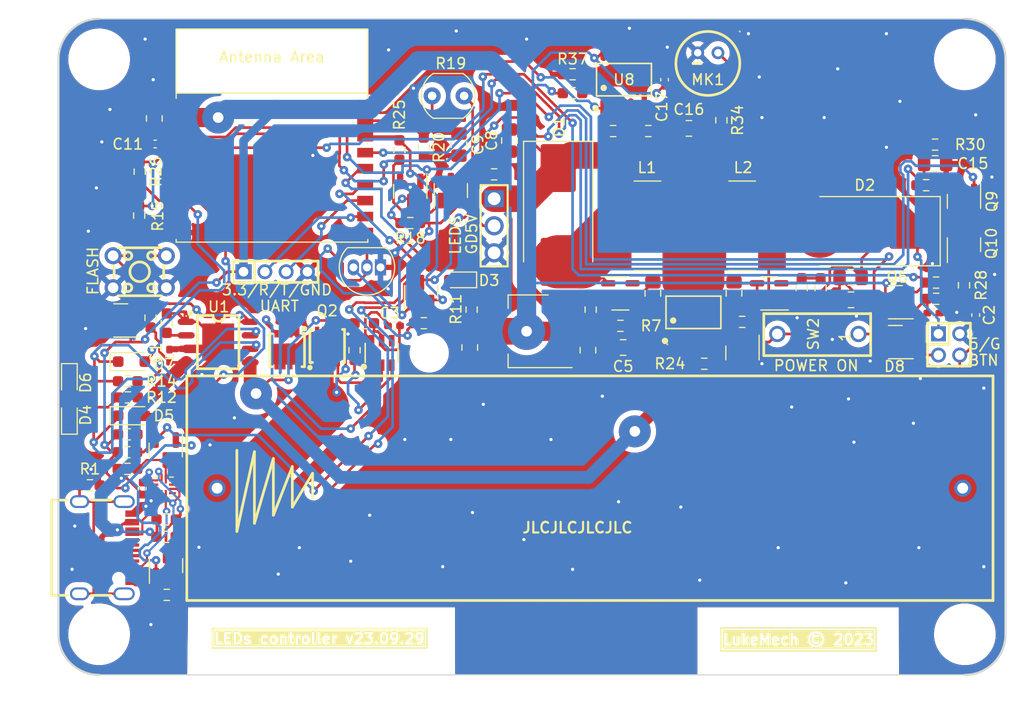
<source format=kicad_pcb>
(kicad_pcb (version 20221018) (generator pcbnew)
  (layers (0 "F.Cu" signal) (31 "B.Cu" signal) (34 "B.Paste" user) (35 "F.Paste" user) (36 "B.SilkS" user "B.Silkscreen") (37 "F.SilkS" user "F.Silkscreen") (38 "B.Mask" user) (39 "F.Mask" user) (44 "Edge.Cuts" user))
  (net 0 "")
  (net 1 "GND")
  (net 2 "VBUS")
  (net 3 "PowerControl")
  (net 4 "Net-(U2-GND)")
  (net 5 "Net-(U2-VCC)")
  (net 6 "VBAT+")
  (net 7 "+5V")
  (net 8 "ADC_BRIGHT")
  (net 9 "CPU_FLASH")
  (net 10 "+3.3V")
  (net 11 "ADC_BAT")
  (net 12 "Net-(D1-A)")
  (net 13 "Net-(D2-A)")
  (net 14 "Net-(D3-A)")
  (net 15 "DET_U1.CHRG")
  (net 16 "Net-(D4-A)")
  (net 17 "DET_U1.STDBY")
  (net 18 "U1.CHRG")
  (net 19 "CTRL_POWER_EN")
  (net 20 "Net-(Q6-G)")
  (net 21 "Net-(D6-A)")
  (net 23 "CC1")
  (net 27 "TXD")
  (net 28 "RXD")
  (net 29 "Net-(Q3-D)")
  (net 30 "Net-(Q1-G)")
  (net 31 "Net-(Q1-D-Pad5)")
  (net 32 "Net-(Q2-G)")
  (net 33 "CTRL_LEDS")
  (net 34 "CTRL_ADC_EN")
  (net 35 "Net-(Q4-D)")
  (net 36 "Net-(Q5-D)")
  (net 37 "DET_SW1")
  (net 38 "Net-(Q7-G)")
  (net 39 "Net-(Q7-D)")
  (net 40 "Net-(Q10-G)")
  (net 41 "Net-(Q10-D)")
  (net 42 "Net-(U1-PROG)")
  (net 43 "Net-(U2-VM)")
  (net 44 "Net-(U3-FB)")
  (net 45 "Net-(U4-FB)")
  (net 46 "DET_U7.TEMP")
  (net 50 "Net-(J1-Shield-Pad0)")
  (net 51 "U1.STDBY")
  (net 52 "Net-(D8-A)")
  (net 53 "Net-(Q11-D)")
  (net 54 "Net-(MK1-+)")
  (net 55 "ADC_MIC")
  (net 56 "Net-(C16-Pad2)")
  (net 57 "Net-(U8-INAN)")
  (net 58 "Net-(U8-INAP)")
  (net 64 "CC2")
  (net 65 "DET_U9.OUT1")
  (net 66 "Net-(Q12-D)")
  (net 67 "DET_U9.OUT2")
  (net 68 "Net-(Q13-D)")
  (net 70 "Net-(U9-VBUS_DET)")
  (footprint "footprint:BAT-TH_BH-18650-A1AJ005" (layer "F.Cu") (at 108.307492 115.824)
    (fp_text reference "V1" hide)
    (fp_text value "18650")
  )
  (footprint "Resistor_SMD:R_0603_1608Metric_Pad0.98x0.95mm_HandSolder" (layer "F.Cu") (at 64.92 105.78 180)
    (fp_text reference "R14")
    (fp_text value "90.9")
  )
  (footprint "Package_TO_SOT_SMD:SOT-23" (layer "F.Cu") (at 68.48 112.24 -90)
    (fp_text reference "Q12" hide)
    (fp_text value "BSS138")
  )
  (footprint "footprint:HDR-TH_4P-P2.00-V-M" (layer "F.Cu") (at 78.788 95.504)
    (fp_text reference "J2" hide)
    (fp_text value "UART")
  )
  (footprint "Resistor_SMD:R_0603_1608Metric_Pad0.98x0.95mm_HandSolder" (layer "F.Cu") (at 68.58 100.33 90)
    (fp_text reference "R4" hide)
    (fp_text value "1.2k")
  )
  (footprint "Package_TO_SOT_SMD:SOT-23-6" (layer "F.Cu") (at 125.14 97.536 180)
    (fp_text reference "U4" hide)
    (fp_text value "MT3608")
  )
  (footprint "Resistor_SMD:R_0603_1608Metric_Pad0.98x0.95mm_HandSolder" (layer "F.Cu") (at 90.424 84.074 90)
    (fp_text reference "R25")
    (fp_text value "10k")
  )
  (footprint "Capacitor_SMD:C_0805_2012Metric_Pad1.18x1.45mm_HandSolder" (layer "F.Cu") (at 67.41 81.11 90)
    (fp_text reference "C12" hide)
    (fp_text value "10uF")
  )
  (footprint "Capacitor_SMD:C_0402_1005Metric_Pad0.74x0.62mm_HandSolder" (layer "F.Cu") (at 67.49 83.51)
    (fp_text reference "C11")
    (fp_text value "0.1uF")
  )
  (footprint "Resistor_SMD:R_0603_1608Metric_Pad0.98x0.95mm_HandSolder" (layer "F.Cu") (at 122.6 100.21 180)
    (fp_text reference "R23" hide)
    (fp_text value "1M")
  )
  (footprint "Capacitor_SMD:C_0805_2012Metric_Pad1.18x1.45mm_HandSolder" (layer "F.Cu") (at 132.78 96.04 180)
    (fp_text reference "C7" hide)
    (fp_text value "22uF")
  )
  (footprint "Package_TO_SOT_SMD:SOT-23" (layer "F.Cu") (at 92.456 97.4575 90)
    (fp_text reference "Q3" hide)
    (fp_text value "BSS138")
  )
  (footprint "footprint:POWERVDFN-8_L3.2-W3.1-P0.65-LS3.3-BL-1" (layer "F.Cu") (at 83.669492 102.468046)
    (fp_text reference "Q2")
    (fp_text value "G30N03D3")
  )
  (footprint "Package_DFN_QFN:Texas_X2QFN-12_1.6x1.6mm_P0.4mm" (layer "F.Cu") (at 68.29 115.69 90)
    (fp_text reference "U9" hide)
    (fp_text value "TUSB321")
  )
  (footprint "Capacitor_SMD:C_0402_1005Metric_Pad0.74x0.62mm_HandSolder" (layer "F.Cu") (at 66.27 115.86 -90)
    (fp_text reference "C19" hide)
    (fp_text value "0.1uF")
  )
  (footprint "LED_SMD:LED_0603_1608Metric_Pad1.05x0.95mm_HandSolder" (layer "F.Cu") (at 59.436 105.791 -90)
    (fp_text reference "D6")
    (fp_text value "WHITE")
  )
  (footprint "Package_TO_SOT_THT:TO-92_Inline" (layer "F.Cu") (at 88.646 95.0932 180)
    (fp_text reference "U7" hide)
    (fp_text value "DS18B20")
  )
  (footprint "Diode_SMD:D_SOD-323_HandSoldering" (layer "F.Cu") (at 65.27 103.94)
    (fp_text reference "D7")
    (fp_text value "SD103AWS")
  )
  (footprint "Resistor_SMD:R_0603_1608Metric_Pad0.98x0.95mm_HandSolder" (layer "F.Cu") (at 139.872 87.376 180)
    (fp_text reference "R29" hide)
    (fp_text value "40.2k")
  )
  (footprint "MountingHole:MountingHole_3.2mm_M3" (layer "F.Cu") (at 93.218 103.124)
    (fp_text reference "H5" hide)
    (fp_text value "MountingHole")
  )
  (footprint "Capacitor_SMD:C_0402_1005Metric_Pad0.74x0.62mm_HandSolder" (layer "F.Cu") (at 68.834 103.378 -90)
    (fp_text reference "C1")
    (fp_text value "0.1uF")
  )
  (footprint "footprint:SOT-23-6_L2.9-W1.6-P0.95-LS2.8-BL" (layer "F.Cu") (at 88.749492 103.124)
    (fp_text reference "U2" hide)
    (fp_text value "DW01A")
  )
  (footprint "Inductor_SMD:L_Bourns-SRN8040_8x8.15mm" (layer "F.Cu") (at 122.6 91.186)
    (fp_text reference "L2")
    (fp_text value "22uH")
  )
  (footprint "Package_TO_SOT_SMD:SOT-23" (layer "F.Cu") (at 143.428 88.9 -90)
    (fp_text reference "Q9")
    (fp_text value "BSS138")
  )
  (footprint "Resistor_SMD:R_0603_1608Metric_Pad0.98x0.95mm_HandSolder" (layer "F.Cu") (at 140.716 83.566)
    (fp_text reference "R30")
    (fp_text value "10k")
  )
  (footprint "MountingHole:MountingHole_5.3mm_M5" (layer "F.Cu") (at 143.51 75.565)
    (fp_text reference "H3" hide)
    (fp_text value "MountingHole")
  )
  (footprint "Capacitor_SMD:C_0805_2012Metric_Pad1.18x1.45mm_HandSolder" (layer "F.Cu") (at 96.012 83.566 90)
    (fp_text reference "C9")
    (fp_text value "10uF")
  )
  (footprint "Capacitor_SMD:C_0805_2012Metric_Pad1.18x1.45mm_HandSolder" (layer "F.Cu") (at 111.424 102.616)
    (fp_text reference "C5")
    (fp_text value "22uF")
  )
  (footprint "MountingHole:MountingHole_5.3mm_M5" (layer "F.Cu") (at 143.51 129.54)
    (fp_text reference "H4" hide)
    (fp_text value "MountingHole")
  )
  (footprint "Inductor_SMD:L_Bourns-SRN8040_8x8.15mm" (layer "F.Cu") (at 113.71 91.186 180)
    (fp_text reference "L1")
    (fp_text value "22uH")
  )
  (footprint "Resistor_SMD:R_0603_1608Metric_Pad0.98x0.95mm_HandSolder" (layer "F.Cu") (at 106.68 78.74)
    (fp_text reference "R36" hide)
    (fp_text value "10k")
  )
  (footprint "footprint:SOP-8_L4.9-W3.9-P1.27-LS6.0-TL-EP" (layer "F.Cu") (at 73.406 102.108)
    (fp_text reference "U1")
    (fp_text value "TP4056")
  )
  (footprint "PCM_Espressif:ESP32-C3-WROOM-02" (layer "F.Cu") (at 78.458 85.722)
    (fp_text reference "U5" hide)
    (fp_text value "ESP32-C3-WROOM-02")
  )
  (footprint "Resistor_SMD:R_0603_1608Metric_Pad0.98x0.95mm_HandSolder" (layer "F.Cu") (at 119.044008 104.14)
    (fp_text reference "R24")
    (fp_text value "1M")
  )
  (footprint "footprint:POWERVDFN-8_L3.2-W3.1-P0.65-LS3.3-BL-1" (layer "F.Cu") (at 79.859365 102.87 180)
    (fp_text reference "Q1" hide)
    (fp_text value "G30N03D3")
  )
  (footprint "footprint:SOP-8_L4.9-W3.9-P1.27-LS6.0-BL" (layer "F.Cu") (at 111.506 77.47)
    (fp_text reference "U8")
    (fp_text value "LM358S")
  )
  (footprint "footprint:SW-TH_4P-L4.5-W4.5-P3.00-LS5.0" (layer "F.Cu") (at 66.04 95.504 180)
    (fp_text reference "SW3" hide)
    (fp_text value "~")
  )
  (footprint "Capacitor_SMD:C_0805_2012Metric_Pad1.18x1.45mm_HandSolder" (layer "F.Cu") (at 100.756 83.185 90)
    (fp_text reference "C8")
    (fp_text value "10uF")
  )
  (footprint "Capacitor_SMD:C_0805_2012Metric_Pad1.18x1.45mm_HandSolder" (layer "F.Cu") (at 140.716 85.344 180)
    (fp_text reference "C15")
    (fp_text value "10uF")
  )
  (footprint "Package_TO_SOT_SMD:SOT-23" (layer "F.Cu") (at 136.9845 98.364 180)
    (fp_text reference "Q6")
    (fp_text value "BSS138")
  )
  (footprint "Capacitor_SMD:C_0402_1005Metric_Pad0.74x0.62mm_HandSolder" (layer "F.Cu") (at 115.316 77.47 90)
    (fp_text reference "C17")
    (fp_text value "0.1uF")
  )
  (footprint "Resistor_SMD:R_0603_1608Metric_Pad0.98x0.95mm_HandSolder" (layer "F.Cu") (at 140.8195 98.044)
    (fp_text reference "R21" hide)
    (fp_text value "1M")
  )
  (footprint "Capacitor_SMD:C_0805_2012Metric_Pad1.18x1.45mm_HandSolder" (layer "F.Cu") (at 97.028 102.616 -90)
    (fp_text reference "C14" hide)
    (fp_text value "10uF")
  )
  (footprint "footprint:MIC-TH_BD6.0_B6027AP383-056" (layer "F.Cu") (at 119.38 74.946)
    (fp_text reference "MK1")
    (fp_text value "Microphone")
  )
  (footprint "Diode_SMD:D_SOD-323_HandSoldering" (layer "F.Cu") (at 65.2625 109.02)
    (fp_text reference "D5")
    (fp_text value "SD103AWS")
  )
  (footprint "Package_TO_SOT_SMD:SOT-23" (layer "F.Cu") (at 143.428 92.964 90)
    (fp_text reference "Q10")
    (fp_text value "SI2303")
  )
  (footprint "Resistor_SMD:R_0603_1608Metric_Pad0.98x0.95mm_HandSolder" (layer "F.Cu") (at 61.37 115.55 180)
    (fp_text reference "R1")
    (fp_text value "1M")
  )
  (footprint "Resistor_SMD:R_0603_1608Metric_Pad0.98x0.95mm_HandSolder" (layer "F.Cu") (at 66.04 86.106 -90)
    (fp_text reference "R26")
    (fp_text value "10k")
  )
  (footprint "Resistor_SMD:R_0603_1608Metric_Pad0.98x0.95mm_HandSolder" (layer "F.Cu") (at 68.53 118.76)
    (fp_text reference "R32" hide)
    (fp_text value "10k")
  )
  (footprint "Capacitor_SMD:C_0805_2012Metric_Pad1.18x1.45mm_HandSolder" (layer "F.Cu") (at 121.838 97.536 -90)
    (fp_text reference "C6" hide)
    (fp_text value "22uF")
  )
  (footprint "Resistor_SMD:R_0603_1608Metric_Pad0.98x0.95mm_HandSolder" (layer "F.Cu") (at 120.65 81.28 -90)
    (fp_text reference "R34")
    (fp_text value "10k")
  )
  (footprint "Capacitor_SMD:C_0805_2012Metric_Pad1.18x1.45mm_HandSolder" (layer "F.Cu") (at 108.122 102.87 -90)
    (fp_text reference "C13" hide)
    (fp_text value "10uF")
  )
  (footprint "Resistor_SMD:R_0603_1608Metric_Pad0.98x0.95mm_HandSolder" (layer "F.Cu") (at 113.792 82.296)
    (fp_text reference "R35" hide)
    (fp_text value "1k")
  )
  (footprint "Package_TO_SOT_SMD:SOT-23" (layer "F.Cu") (at 68.51 123.09 90)
    (fp_text reference "Q13" hide)
    (fp_text value "BSS138")
  )
  (footprint "Resistor_SMD:R_0603_1608Metric_Pad0.98x0.95mm_HandSolder" (layer "F.Cu") (at 97.2 99.06 90)
    (fp_text reference "R11")
    (fp_text value "24")
  )
  (footprint "Resistor_SMD:R_0603_1608Metric_Pad0.98x0.95mm_HandSolder" (layer "F.Cu") (at 99.314 86.36 180)
    (fp_text reference "R17" hide)
    (fp_text value "10k")
  )
  (footprint "Resistor_SMD:R_0603_1608Metric_Pad0.98x0.95mm_HandSolder" (layer "F.Cu") (at 68.51 120.39)
    (fp_text reference "R2" hide)
    (fp_text value "866k")
  )
  (footprint "Resistor_SMD:R_0603_1608Metric_Pad0.98x0.95mm_HandSolder" (layer "F.Cu") (at 87.122 100.33 180)
    (fp_text reference "R6" hide)
    (fp_text value "100")
  )
  (footprint "LED_SMD:LED_0603_1608Metric_Pad1.05x0.95mm_HandSolder" (layer "F.Cu") (at 59.436 109.093 90)
    (fp_text reference "D4")
    (fp_text value "BLUE")
  )
  (footprint "Resistor_SMD:R_0603_1608Metric_Pad0.98x0.95mm_HandSolder" (layer "F.Cu") (at 64.91 110.77)
    (fp_text reference "R13" hide)
    (fp_text value "10k")
  )
  (footprint "Capacitor_SMD:C_0402_1005Metric_Pad0.74x0.62mm_HandSolder" (layer "F.Cu") (at 140.55 99.39)
    (fp_text reference "C18" hide)
    (fp_text value "0.1uF")
  )
  (footprint "OptoDevice:R_LDR_5.0x4.1mm_P3mm_Vertical" (layer "F.Cu") (at 96.496 78.994 180)
    (fp_text reference "R19")
    (fp_text value "100k~200k")
  )
  (footprint "Package_TO_SOT_SMD:SOT-223-3_TabPin2" (layer "F.Cu") (at 102.534 101.092 180)
    (fp_text reference "U6" hide)
    (fp_text value "AMS1117-3.3")
  )
  (footprint "footprint:SOP-8_L4.9-W3.9-P1.27-LS6.0-BL" (layer "F.Cu") (at 118.028008 99.314)
    (fp_text reference "Q8" hide)
    (fp_text value "AO4407C")
  )
  (footprint "Resistor_SMD:R_0603_1608Metric_Pad0.98x0.95mm_HandSolder" (layer "F.Cu") (at 64.89 114.01)
    (fp_text reference "R3" hide)
    (fp_text value "10k")
  )
  (footprint "Resistor_SMD:R_0603_1608Metric_Pad0.98x0.95mm_HandSolder" (layer "F.Cu") (at 140.8095 96.52)
    (fp_text reference "R22" hide)
    (fp_text value "10k")
  )
  (footprint "Capacitor_SMD:C_0805_2012Metric_Pad1.18x1.45mm_HandSolder" (layer "F.Cu") (at 114.218 97.536 -90)
    (fp_text reference "C4" hide)
    (fp_text value "22uF")
  )
  (footprint "Resistor_SMD:R_0603_1608Metric_Pad0.98x0.95mm_HandSolder" (layer "F.Cu") (at 64.88 112.44)
    (fp_text reference "R16" hide)
    (fp_text value "10k")
  )
  (footprint "Package_TO_SOT_SMD:SOT-23-6" (layer "F.Cu") (at 111.17 97.536)
    (fp_text reference "U3" hide)
    (fp_text value "MT3608")
  )
  (footprint "Resistor_SMD:R_0603_1608Metric_Pad0.98x0.95mm_HandSolder" (layer "F.Cu") (at 106.68 76.962)
    (fp_text reference "R37")
    (fp_text value "10k")
  )
  (footprint "Package_TO_SOT_SMD:SOT-23" (layer "F.Cu") (at 91.44 87.9625 -90)
    (fp_text reference "Q4" hide)
    (fp_text value "BSS138")
  )
  (footprint "Resistor_SMD:R_0603_1608Metric_Pad0.98x0.95mm_HandSolder" (layer "F.Cu") (at 64.94 107.3 180)
    (fp_text reference "R12")
    (fp_text value "90.9")
  )
  (footprint "Resistor_SMD:R_0603_1608Metric_Pad0.98x0.95mm_HandSolder" (layer "F.Cu") (at 86.209492 102.87 -90)
    (fp_text reference "R5" hide)
    (fp_text value "1k")
  )
  (footprint "Package_TO_SOT_SMD:SOT-23" (layer "F.Cu") (at 122.63 103.13 -90)
    (fp_text reference "Q7" hide)
    (fp_text value "BSS138")
  )
  (footprint "Resistor_SMD:R_0603_1608Metric_Pad0.98x0.95mm_HandSolder" (layer "F.Cu") (at 91.44 90.932 180)
    (fp_text reference "R18")
    (fp_text value "1M")
  )
  (footprint "Resistor_SMD:R_0603_1608Metric_Pad0.98x0.95mm_HandSolder" (layer "F.Cu") (at 143.428 96.774 90)
    (fp_text reference "R28")
    (fp_text value "1M")
  )
  (footprint "Resistor_SMD:R_0603_1608Metric_Pad0.98x0.95mm_HandSolder" (layer "F.Cu") (at 129.966 97.028 90)
    (fp_text reference "R10" hide)
    (fp_text value "40.2k")
  )
  (footprint "Resistor_SMD:R_0603_1608Metric_Pad0.98x0.95mm_HandSolder" (layer "F.Cu") (at 92.71 100.33 180)
    (fp_text reference "R27" hide)
    (fp_text value "4.7k")
  )
  (footprint "Resistor_SMD:R_0603_1608Metric_Pad0.98x0.95mm_HandSolder" (layer "F.Cu") (at 110.49 82.296)
    (fp_text reference "R38" hide)
    (fp_text value "40.2k")
  )
  (footprint "Resistor_SMD:R_0603_1608Metric_Pad0.98x0.95mm_HandSolder" (layer "F.Cu") (at 65.99 90.23 90)
    (fp_text reference "R15")
    (fp_text value "10k")
  )
  (footprint "Capacitor_SMD:C_0805_2012Metric_Pad1.18x1.45mm_HandSolder" (layer "F.Cu") (at 132.82 98.14)
    (fp_text reference "C10" hide)
    (fp_text value "10uF")
  )
  (footprint "footprint:USB-C_SMD-TYPE-C-31-M-12" (layer "F.Cu") (at 62.865 121.412 -90)
    (fp_text reference "J1" hide)
    (fp_text value "USB C")
  )
  (footprint "Diode_SMD:D_SMC_Handsoldering" (layer "F.Cu") (at 105.328 90.17 -90)
    (fp_text reference "D1")
    (fp_text value "SS86C")
  )
  (footprint "MountingHole:MountingHole_5.3mm_M5" (layer "F.Cu") (at 62.23 75.565)
    (fp_text reference "H1" hide)
    (fp_text value "MountingHole")
  )
  (footprint "Package_TO_SOT_SMD:SOT-23" (layer "F.Cu") (at 64.262 100.076 180)
    (fp_text reference "Q11" hide)
    (fp_text value "BSS138")
  )
  (footprint "footprint:HDR-TH_4P-P2.00-V-M-R2-C2-S2.00" (layer "F.Cu") (at 142.03 102.33 -90)
    (fp_text reference "SW1" hide)
    (fp_text value "4-pin")
  )
  (footprint "LED_SMD:LED_0603_1608Metric_Pad1.05x0.95mm_HandSolder" (layer "F.Cu") (at 96.012 96.266 180)
    (fp_text reference "D3")
    (fp_text value "BLUE")
  )
  (footprint "Resistor_SMD:R_0603_1608Metric_Pad0.98x0.95mm_HandSolder" (layer "F.Cu") (at 68.58 125.84)
    (fp_text reference "R31" hide)
    (fp_text value "10k")
  )
  (footprint "Resistor_SMD:R_0603_1608Metric_Pad0.98x0.95mm_HandSolder" (layer "F.Cu") (at 92.71 83.82 -90)
    (fp_text reference "R20")
    (fp_text value "40.2k")
  )
  (footprint "Diode_SMD:D_SMC_Handsoldering" (layer "F.Cu") (at 134.284 91.694 180)
    (fp_text reference "D2")
    (fp_text value "SS86C")
  )
  (footprint "Resistor_SMD:R_0603_1608Metric_Pad0.98x0.95mm_HandSolder" (layer "F.Cu") (at 111.17 100.584)
    (fp_text reference "R7")
    (fp_text value "5.1k")
  )
  (footprint "Resistor_SMD:R_0603_1608Metric_Pad0.98x0.95mm_HandSolder" (layer "F.Cu") (at 128.188 97.028 -90)
    (fp_text reference "R9" hide)
    (fp_text value "5.1k")
  )
  (footprint "Capacitor_SMD:C_0805_2012Metric_Pad1.18x1.45mm_HandSolder" (layer "F.Cu") (at 117.602 82.042 180)
    (fp_text reference "C16")
    (fp_text value "10uF")
  )
  (footprint "Resistor_SMD:R_0603_1608Metric_Pad0.98x0.95mm_HandSolder" (layer "F.Cu") (at 108.376 99.06 -90)
    (fp_text reference "R8" hide)
    (fp_text value "40.2k")
  )
  (footprint "Capacitor_SMD:C_0402_1005Metric_Pad0.74x0.62mm_HandSolder" (layer "F.Cu") (at 89.916 100.584)
    (fp_text reference "C3")
    (fp_text value "0.1uF")
  )
  (footprint "footprint:SW-TH_KF1001-01P-B0-FL-ON-01B" (layer "F.Cu") (at 129.712 101.346 90)
    (fp_text reference "SW2")
    (fp_text value "~")
  )
  (footprint "Package_TO_SOT_SMD:SOT-23" (layer "F.Cu") (at 95.25 87.884 90)
    (fp_text reference "Q5" hide)
    (fp_text value "SI2303")
  )
  (footprint "MountingHole:MountingHole_5.3mm_M5" (layer "F.Cu") (at 62.23 129.54)
    (fp_text reference "H2" hide)
    (fp_text value "MountingHole")
  )
  (footprint "Package_TO_SOT_SMD:SOT-23" (layer "F.Cu") (at 136.9845 102.108 180)
    (fp_text reference "D8")
    (fp_text value "BAT54C")
  )
  (footprint "Capacitor_SMD:C_0402_1005Metric_Pad0.74x0.62mm_HandSolder" (layer "F.Cu") (at 144.526 99.568 90)
    (fp_text reference "C2")
    (fp_text value "0.1uF")
  )
  (footprint "Resistor_SMD:R_0603_1608Metric_Pad0.98x0.95mm_HandSolder" (layer "F.Cu") (at 67.056 99.822 90)
    (fp_text reference "R33" hide)
    (fp_text value "10k")
  )
  (footprint "footprint:HDR-TH_3P-P2.54-V-M-1" (layer "F.Cu") (at 99.314 91.186 -90)
    (fp_text reference "J3" hide)
    (fp_text value "LEDs")
  )
  (gr_rect (start 120.5888 128.9376) (end 135.1788 131.1076) (stroke (width 0.15)) (fill none) (layer "F.SilkS"))
  (gr_rect (start 72.8824 129) (end 93 130.83) (stroke (width 0.15)) (fill none) (layer "F.SilkS"))
  (gr_arc (start 147.32 129.54) (mid 146.204077 132.234076) (end 143.51 133.35) (stroke (width 0.2)) (layer "Edge.Cuts"))
  (gr_arc (start 62.23 133.35) (mid 59.535924 132.234077) (end 58.42 129.54) (stroke (width 0.2)) (layer "Edge.Cuts"))
  (gr_arc (start 58.42 75.565) (mid 59.535923 72.870924) (end 62.23 71.755) (stroke (width 0.2)) (layer "Edge.Cuts"))
  (gr_line (start 62.23 133.35) (end 143.51 133.35) (stroke (width 0.1)) (layer "Edge.Cuts"))
  (gr_line (start 58.42 129.54) (end 58.42 75.565) (stroke (width 0.2)) (layer "Edge.Cuts"))
  (gr_arc (start 143.51 71.755) (mid 146.204076 72.870923) (end 147.32 75.565) (stroke (width 0.2)) (layer "Edge.Cuts"))
  (gr_line (start 143.51 71.755) (end 62.23 71.755) (stroke (width 0.1)) (layer "Edge.Cuts"))
  (gr_line (start 147.32 129.54) (end 147.32 75.565) (stroke (width 0.2)) (layer "Edge.Cuts"))
  (gr_text "3.3/R/T/GND" (at 73.66 97.79) (layer "F.SilkS") (effects (font (size 1 1)) (justify left bottom)))
  (gr_text "POWER ON" (at 125.476 104.902) (layer "F.SilkS") (effects (font (size 1 1)) (justify left bottom)))
  (gr_text "LEDs controller v23.09.29\n\n\n" (at 72.894 131.57) (layer "F.SilkS" knockout) (effects (font (size 1 1) (thickness 0.2) bold) (justify left)))
  (gr_text "5/G" (at 143.764 102.87) (layer "F.SilkS") (effects (font (size 1 1)) (justify left bottom)))
  (gr_text "LukeMech © 2023   " (at 120.6508 130.0426) (layer "F.SilkS" knockout) (effects (font (size 1 1) (thickness 0.2) bold) (justify left)))
  (gr_text "GD5V" (at 97.79 93.98 90) (layer "F.SilkS") (effects (font (size 1 1)) (justify left bottom)))
  (gr_text "JLCJLCJLCJLC" (at 107.1372 120.1166) (layer "F.SilkS") (effects (font (size 1 1) (thickness 0.2)) (justify bottom)))
  (gr_text "BTN" (at 143.764 104.394) (layer "F.SilkS") (effects (font (size 1 1)) (justify left bottom)))
  (gr_text "LEDS" (at 96.266 93.98 90) (layer "F.SilkS") (effects (font (size 1 1)) (justify left bottom)))
  (gr_text "UART" (at 77.216 99.314) (layer "F.SilkS") (effects (font (size 1 1)) (justify left bottom)))
  (gr_text "FLASH" (at 62.23 97.79 90) (layer "F.SilkS") (effects (font (size 1 1)) (justify left bottom)))
  (segment (start 69.77 116.592766) (end 69.137117 117.225649) (width 0.2) (layer "F.Cu") (net 1))
  (segment (start 113.411004 79.883004) (end 113.411004 80.152499) (width 0.25) (layer "F.Cu") (net 1))
  (segment (start 112.0825 100.584) (end 112.2075 100.584) (width 0.25) (layer "F.Cu") (net 1))
  (segment (start 67.11 117.030617) (end 66.619863 117.520754) (width 0.8) (layer "F.Cu") (net 1))
  (segment (start 141.722 98.034) (end 141.732 98.044) (width 0.25) (layer "F.Cu") (net 1))
  (segment (start 141.732 98.044) (end 141.986 98.044) (width 0.25) (layer "F.Cu") (net 1))
  (segment (start 66.233972 117.520754) (end 65.642637 118.112089) (width 0.8) (layer "F.Cu") (net 1))
  (segment (start 111.125 98.244249) (end 110.416751 97.536) (width 0.25) (layer "F.Cu") (net 1))
  (segment (start 66.929243 114.633257) (end 66.27 115.2925) (width 0.25) (layer "F.Cu") (net 1))
  (segment (start 115.2125 99.568) (end 114.218 98.5735) (width 0.25) (layer "F.Cu") (net 1))
  (segment (start 70.406 100.202996) (end 71.500996 100.202996) (width 0.25) (layer "F.Cu") (net 1))
  (segment (start 67.41 83.0225) (end 66.9225 83.51) (width 0.25) (layer "F.Cu") (net 1))
  (segment (start 127.0175 99.111) (end 122.3755 99.111) (width 0.25) (layer "F.Cu") (net 1))
  (segment (start 69.115 115.89) (end 69.534975 115.89) (width 0.2) (layer "F.Cu") (net 1))
  (segment (start 112.4615 100.963) (end 112.0825 100.584) (width 0.25) (layer "F.Cu") (net 1))
  (segment (start 112.0825 100.584) (end 111.125 99.6265) (width 0.25) (layer "F.Cu") (net 1))
  (segment (start 95.883 84.7325) (end 96.012 84.6035) (width 0.25) (layer "F.Cu") (net 1))
  (segment (start 111.125 99.6265) (end 111.125 98.244249) (width 0.25) (layer "F.Cu") (net 1))
  (segment (start 128.188 97.9405) (end 129.0005 98.753) (width 0.25) (layer "F.Cu") (net 1))
  (segment (start 141.7535 83.691) (end 141.6285 83.566) (width 0.25) (layer "F.Cu") (net 1))
  (segment (start 91.44 87.563) (end 91.512251 87.563) (width 0.25) (layer "F.Cu") (net 1))
  (segment (start 68.54 97.004) (end 68.54 96.9175) (width 0.25) (layer "F.Cu") (net 1))
  (segment (start 66.3075 115.49) (end 66.21 115.3925) (width 0.2) (layer "F.Cu") (net 1))
  (segment (start 130.87 98.38) (end 130.87 97.426827) (width 0.25) (layer "F.Cu") (net 1))
  (segment (start 67.41 82.1475) (end 67.41 83.0225) (width 0.25) (layer "F.Cu") (net 1))
  (segment (start 131.7425 97.09) (end 131.7425 96.04) (width 0.25) (layer "F.Cu") (net 1))
  (segment (start 130.87 97.426827) (end 131.206827 97.09) (width 0.25) (layer "F.Cu") (net 1))
  (segment (start 130.497 98.753) (end 130.87 98.38) (width 0.25) (layer "F.Cu") (net 1))
  (segment (start 133.8425 98.14) (end 133.8575 98.14) (width 0.25) (layer "F.Cu") (net 1))
  (segment (start 66.375 128.335) (end 66.67 128.63) (width 0.6) (layer "F.Cu") (net 1))
  (segment (start 111.17 103.9075) (end 112.4615 102.616) (width 0.25) (layer "F.Cu") (net 1))
  (segment (start 112.2075 100.584) (end 114.218 98.5735) (width 0.25) (layer "F.Cu") (net 1))
  (segment (start 70.338501 102.8105) (end 70.406 102.743001) (width 0.25) (layer "F.Cu") (net 1))
  (segment (start 129.0005 98.753) (end 130.497 98.753) (width 0.25) (layer "F.Cu") (net 1))
  (segment (start 90.49 87.025) (end 90.902 87.025) (width 0.25) (layer "F.Cu") (net 1))
  (segment (start 73.406 103.632) (end 73.406 102.108) (width 1.2) (layer "F.Cu") (net 1))
  (segment (start 62.2825 115.55) (end 62.2825 114.8605) (width 0.25) (layer "F.Cu") (net 1))
  (segment (start 121.838 98.5735) (end 121.6445 98.5735) (width 0.25) (layer "F.Cu") (net 1))
  (segment (start 66.929243 114.331322) (end 66.929243 114.633257) (width 0.25) (layer "F.Cu") (net 1))
  (segment (start 90.902 87.025) (end 91.44 87.563) (width 0.25) (layer "F.Cu") (net 1))
  (segment (start 120.65 99.568) (end 115.2125 99.568) (width 0.25) (layer "F.Cu") (net 1))
  (segment (start 108.122 103.9075) (end 111.17 103.9075) (width 0.25) (layer "F.Cu") (net 1))
  (segment (start 66.67 128.63) (end 67.09 128.63) (width 0.25) (layer "F.Cu") (net 1))
  (segment (start 128.188 97.9405) (end 127.7835 97.536) (width 0.25) (layer "F.Cu") (net 1))
  (segment (start 121.838 98.5735) (end 121.838 100.1795) (width 0.25) (layer "F.Cu") (net 1))
  (segment (start 127.7835 97.536) (end 126.2775 97.536) (width 0.25) (layer "F.Cu") (net 1))
  (segment (start 72.770999 102.743001) (end 73.406 102.108) (width 0.8) (layer "F.Cu") (net 1))
  (segment (start 131.206827 97.09) (end 131.7425 97.09) (width 0.25) (layer "F.Cu") (net 1))
  (segment (start 70.406 102.743001) (end 72.770999 102.743001) (width 0.8) (layer "F.Cu") (net 1))
  (segment (start 121.65 100.3675) (end 121.6875 100.33) (width 0.25) (layer "F.Cu") (net 1))
  (segment (start 67.11 117.01) (end 67.11 117.030617) (width 0.8) (layer "F.Cu") (net 1))
  (segment (start 122.3755 99.111) (end 121.838 98.5735) (width 0.25) (layer "F.Cu") (net 1))
  (segment (start 66.84 115.284975) (end 67.045025 115.49) (width 0.2) (layer "F.Cu") (net 1))
  (segment (start 121.6445 98.5735) (end 120.65 99.568) (width 0.25) (layer "F.Cu") (net 1))
  (segment (start 128.188 97.9405) (end 127.0175 99.111) (width 0.25) (layer "F.Cu") (net 1))
  (segment (start 121.65 102.108) (end 121.65 100.3675) (width 0.25) (layer "F.Cu") (net 1))
  (segment (start 85.593873 101.346) (end 85.597992 101.346) (width 0.25) (layer "F.Cu") (net 1))
  (segment (start 66.619863 117.520754) (end 66.233972 117.520754) (width 0.8) (layer "F.Cu") (net 1))
  (segment (start 110.416751 97.536) (end 110.0325 97.536) (width 0.25) (layer "F.Cu") (net 1))
  (segment (start 91.512251 87.563) (end 92.409251 88.46) (width 0.25) (layer "F.Cu") (net 1))
  (segment (start 69.77 116.125025) (end 69.77 116.592766) (width 0.2) (layer "F.Cu") (net 1))
  (segment (start 85.597992 101.346) (end 86.209492 101.9575) (width 0.25) (layer "F.Cu") (net 1))
  (segment (start 79.534371 101.319962) (end 79.534371 100.434371) (width 0.25) (layer "F.Cu") (net 1))
  (segment (start 66.375 124.745) (end 65.675726 124.745) (width 0.6) (layer "F.Cu") (net 1))
  (segment (start 92.409251 88.46) (end 92.44 88.46) (width 0.25) (layer "F.Cu") (net 1))
  (segment (start 71.500996 100.202996) (end 73.406 102.108) (width 0.25) (layer "F.Cu") (net 1))
  (segment (start 62.2825 114.8605) (end 61.468 114.046) (width 0.25) (layer "F.Cu") (net 1))
  (segment (start 68.58 99.4175) (end 69.620504 99.4175) (width 0.25) (layer "F.Cu") (net 1))
  (segment (start 91.44 87.563) (end 91.518749 87.563) (width 0.25) (layer "F.Cu") (net 1))
  (segment (start 133.33 99.67) (end 133.33 98.6675) (width 0.25) (layer "F.Cu") (net 1))
  (segment (start 133.33 98.6675) (end 133.8575 98.14) (width 0.25) (layer "F.Cu") (net 1))
  (segment (start 66.84 114.420565) (end 66.84 115.284975) (width 0.2) (layer "F.Cu") (net 1))
  (segment (start 66.929243 114.331322) (end 66.84 114.420565) (width 0.2) (layer "F.Cu") (net 1))
  (segment (start 112.4615 102.616) (end 112.4615 100.963) (width 0.25) (layer "F.Cu") (net 1))
  (segment (start 71.882 105.156) (end 73.406 103.632) (width 1.2) (layer "F.Cu") (net 1))
  (segment (start 66.375 124.745) (end 66.375 128.335) (width 0.6) (layer "F.Cu") (net 1))
  (segment (start 96.887 96.266) (end 96.887 96.153005) (width 0.25) (layer "F.Cu") (net 1))
  (segment (start 131.7425 96.04) (end 133.8425 98.14) (width 0.25) (layer "F.Cu") (net 1))
  (segment (start 121.838 100.1795) (end 121.6875 100.33) (width 0.25) (layer "F.Cu") (net 1))
  (segment (start 69.328 92.202) (end 69.708 91.822) (width 0.25) (layer "F.Cu") (net 1))
  (segment (start 69.534975 115.89) (end 69.77 116.125025) (width 0.2) (layer "F.Cu") (net 1))
  (segment (start 108.122 103.9075) (end 107.6065 103.392) (width 0.25) (layer "F.Cu") (net 1))
  (segment (start 68.834 102.8105) (end 70.338501 102.8105) (width 0.25) (layer "F.Cu") (net 1))
  (segment (start 67.045025 115.49) (end 67.465 115.49) (width 0.2) (layer "F.Cu") (net 1))
  (segment (start 107.6065 103.392) (end 105.684 103.392) (width 0.25) (layer "F.Cu") (net 1))
  (segment (start 69.620504 99.4175) (end 70.406 100.202996) (width 0.25) (layer "F.Cu") (net 1))
  (via (at 109.474 107.188) (size 1.2) (drill 0.3) (layers "F.Cu" "B.Cu") (net 1))
  (via (at 110.998 117.094) (size 1.2) (drill 0.3) (layers "F.Cu" "B.Cu") (net 1))
  (via (at 81.026 121.412) (size 1.2) (drill 0.3) (layers "F.Cu" "B.Cu") (net 1))
  (via (at 71.882 105.156) (size 1.2) (drill 0.3) (layers "F.Cu" "B.Cu") (net 1))
  (via (at 144.526 80.772) (size 1.2) (drill 0.3) (layers "F.Cu" "B.Cu") (net 1))
  (via (at 90.932 111.252) (size 1.2) (drill 0.3) (layers "F.Cu" "B.Cu") (net 1))
  (via (at 89.36 97.11) (size 0.8) (drill 0.3) (layers "F.Cu" "B.Cu") (net 1))
  (via (at 74.93 109.22) (size 1.2) (drill 0.3) (layers "F.Cu" "B.Cu") (net 1))
  (via (at 124.46 81.026) (size 1.2) (drill 0.3) (layers "F.Cu" "B.Cu") (net 1))
  (via (at 123.19 73.152) (size 1.2) (drill 0.3) (layers "F.Cu" "B.Cu") (net 1))
  (via (at 67.11 117.01) (size 0.8) (drill 0.3) (layers "F.Cu" "B.Cu") (net 1))
  (via (at 137.414 79.502) (size 1.2) (drill 0.3) (layers "F.Cu" "B.Cu") (net 1))
  (via (at 66.929243 114.331322) (size 0.7) (drill 0.3) (layers "F.Cu" "B.Cu") (net 1))
  (via (at 87.63 118.364) (size 1.2) (drill 0.3) (layers "F.Cu" "B.Cu") (net 1))
  (via (at 131.572 76.454) (size 1.2) (drill 0.3) (layers "F.Cu" "B.Cu") (net 1))
  (via (at 133.33 99.67) (size 0.8) (drill 0.3) (layers "F.Cu" "B.Cu") (net 1))
  (via (at 145.288 123.19) (size 1.2) (drill 0.3) (layers "F.Cu" "B.Cu") (net 1))
  (via (at 102.362 73.66) (size 1.2) (drill 0.3) (layers "F.Cu" "B.Cu") (net 1))
  (via (at 89.408 74.676) (size 1.2) (drill 0.3) (layers "F.Cu" "B.Cu") (net 1))
  (via (at 136.144 83.82) (size 1.2) (drill 0.3) (layers "F.Cu" "B.Cu") (net 1))
  (via (at 115.57 74.422) (size 1.2) (drill 0.3) (layers "F.Cu" "B.Cu") (net 1))
  (via (at 124.206 77.216) (size 1.2) (drill 0.3) (layers "F.Cu" "B.Cu") (net 1))
  (via (at 95.758 72.898) (size 1.2) (drill 0.3) (layers "F.Cu" "B.Cu") (net 1))
  (via (at 79.05 123.89) (size 1.2) (drill 0.3) (layers "F.Cu" "B.Cu") (net 1))
  (via (at 133.096 111.506) (size 1.2) (drill 0.3) (layers "F.Cu" "B.Cu") (net 1))
  (via (at 131.064 101.854) (size 1.2) (drill 0.3) (layers "F.Cu" "B.Cu") (net 1))
  (via (at 94.488 123.19) (size 1.2) (drill 0.3) (layers "F.Cu" "B.Cu") (net 1))
  (via (at 139.33 105.53) (size 1.2) (drill 0.3) (layers "F.Cu" "B.Cu") (net 1))
  (via (at 125.984 121.412) (size 1.2) (drill 0.3) (layers "F.Cu" "B.Cu") (net 1))
  (via (at 69.137117 117.225649) (size 0.7) (drill 0.3) (layers "F.Cu" "B.Cu") (net 1))
  (via (at 139.192 121.412) (size 1.2) (drill 0.3) (layers "F.Cu" "B.Cu") (net 1))
  (via (at 145.288 106.426) (size 1.2) (drill 0.3) (layers "F.Cu" "B.Cu") (net 1))
  (via (at 61.468 114.046) (size 1.2) (drill 0.3) (layers "F.Cu" "B.Cu") (net 1))
  (via (at 146.304 95.758) (size 1.2) (drill 0.3) (layers "F.Cu" "B.Cu") (net 1))
  (via (at 118.618 124.46) (size 1.2) (drill 0.3) (layers "F.Cu" "B.Cu") (net 1))
  (via (at 97.282 118.11) (size 1.2) (drill 0.3) (layers "F.Cu" "B.Cu") (net 1))
  (via (at 67.09 128.63) (size 1.2) (drill 0.3) (layers "F.Cu" "B.Cu") (net 1))
  (via (at 67.31 77.47) (size 1.2) (drill 0.3) (layers "F.Cu" "B.Cu") (net 1))
  (via (at 106.68 123.444) (size 1.2) (drill 0.3) (layers "F.Cu" "B.Cu") (net 1))
  (via (at 91.738307 78.276307) (size 0.8) (drill 0.3) (layers "F.Cu" "B.Cu") (net 1))
  (via (at 85.852 122.682) (size 1.2) (drill 0.3) (layers "F.Cu" "B.Cu") (net 1))
  (via (at 136.144 73.152) (size 1.2) (drill 0.3) (layers "F.Cu" "B.Cu") (net 1))
  (via (at 82.296 84.582) (size 0.8) (drill 0.3) (layers "F.Cu" "B.Cu") (net 1))
  (via (at 130.302 81.026) (size 1.2) (drill 0.3) (layers "F.Cu" "B.Cu") (net 1))
  (via (at 59.69 123.444) (size 1.2) (drill 0.3) (layers "F.Cu" "B.Cu") (net 1))
  (via (at 66.548 73.66) (size 1.2) (drill 0.3) (layers "F.Cu" "B.Cu") (net 1))
  (via (at 71.6 121.37) (size 0.7) (drill 0.3) (layers "F.Cu" "B.Cu") (net 1))
  (via (at 72.64 111.76) (size 1.2) (drill 0.3) (layers "F.Cu" "B.Cu") (net 1))
  (via (at 112.014 72.644) (size 1.2) (drill 0.3) (layers "F.Cu" "B.Cu") (net 1))
  (via (at 90.013195 93.726005) (size 0.8) (drill 0.3) (layers "F.Cu" "B.Cu") (net 1))
  (via (at 132.588 107.442) (size 1.2) (drill 0.3) (layers "F.Cu" "B.Cu") (net 1))
  (via (at 116.84 117.602) (size 1.2) (drill 0.3) (layers "F.Cu" "B.Cu") (net 1))
  (via (at 62.484 83.312) (size 1.2) (drill 0.3) (layers "F.Cu" "B.Cu") (net 1))
  (via (at 142.748 99.314) (size 1.2) (drill 0.3) (layers "F.Cu" "B.Cu") (net 1))
  (via (at 59.944 119.38) (size 1.2) (drill 0.3) (layers "F.Cu" "B.Cu") (net 1))
  (via (at 98.298 107.95) (size 1.2) (drill 0.3) (layers "F.Cu" "B.Cu") (net 1))
  (via (at 91.44 87.563) (size 0.8) (drill 0.3) (layers "F.Cu" "B.Cu") (net 1))
  (via (at 127.762 99.822) (size 1.2) (drill 0.3) (layers "F.Cu" "B.Cu") (net 1))
  (via (at 61.976 87.63) (size 1.2) (drill 0.3) (layers "F.Cu" "B.Cu") (net 1))
  (via (at 60.96 100.838) (size 1.2) (drill 0.3) (layers "F.Cu" "B.Cu") (net 1))
  (via (at 85.593873 101.346) (size 0.8) (drill 0.3) (layers "F.Cu" "B.Cu") (net 1))
  (via (at 63.246 80.264) (size 1.2) (drill 0.3) (layers "F.Cu" "B.Cu") (net 1))
  (via (at 95.25 111.252) (size 1.2) (drill 0.3) (layers "F.Cu" "B.Cu") (net 1))
  (via (at 127.254 108.204) (size 1.2) (drill 0.3) (layers "F.Cu" "B.Cu") (net 1))
  (via (at 132.334 124.714) (size 1.2) (drill 0.3) (layers "F.Cu" "B.Cu") (net 1))
  (via (at 66.619863 117.520754) (size 0.8) (drill 0.3) (layers "F.Cu" "B.Cu") (net 1))
  (via (at 102.108 120.65) (size 1.2) (drill 0.3) (layers "F.Cu" "B.Cu") (net 1))
  (via (at 146.05 86.614) (size 1.2) (drill 0.3) (layers "F.Cu" "B.Cu") (net 1))
  (via (at 138.684 109.728) (size 1.2) (drill 0.3) (layers "F.Cu" "B.Cu") (net 1))
  (via (at 140.462 94.742) (size 1.2) (drill 0.3) (layers "F.Cu" "B.Cu") (net 1))
  (via (at 61.214 91.694) (size 1.2) (drill 0.3) (layers "F.Cu" "B.Cu") (net 1))
  (via (at 134.62 103.886) (size 1.2) (drill 0.3) (layers "F.Cu" "B.Cu") (net 1))
  (via (at 124.46 104.14) (size 1.2) (drill 0.3) (layers "F.Cu" "B.Cu") (net 1))
  (via (at 104.648 111.252) (size 1.2) (drill 0.3) (layers "F.Cu" "B.Cu") (net 1))
  (segment (start 69.137117 117.225649) (end 69.2105 117.299032) (width 0.2) (layer "B.Cu") (net 1))
  (segment (start 66.929243 114.331322) (end 66.929243 115.017775) (width 0.2) (layer "B.Cu") (net 1))
  (segment (start 91.44 92.2992) (end 90.013195 93.726005) (width 0.25) (layer "B.Cu") (net 1))
  (segment (start 91.44 87.563) (end 91.44 92.2992) (width 0.25) (layer "B.Cu") (net 1))
  (segment (start 69.2105 117.299032) (end 69.2105 118.9805) (width 0.2) (layer "B.Cu") (net 1))
  (segment (start 133.33 99.67) (end 133.53 99.87) (width 0.25) (layer "B.Cu") (net 1))
  (segment (start 66.929243 115.017775) (end 69.137117 117.225649) (width 0.2) (layer "B.Cu") (net 1))
  (segment (start 69.2105 118.9805) (end 71.6 121.37) (width 0.2) (layer "B.Cu") (net 1))
  (segment (start 65.8325 107.28) (end 65.8525 107.3) (width 0.25) (layer "F.Cu") (net 2))
  (segment (start 66.988643 119.9223) (end 67.466343 120.4) (width 0.25) (layer "F.Cu") (net 2))
  (segment (start 67.9 102.12) (end 67.9 103.0115) (width 0.25) (layer "F.Cu") (net 2))
  (segment (start 63.939641 119.737083) (end 63.939641 119.703769) (width 0.25) (layer "F.Cu") (net 2))
  (segment (start 65.339143 118.862089) (end 64.889975 118.862089) (width 0.25) (layer "F.Cu") (net 2))
  (segment (start 67.056 100.7345) (end 67.55 101.2285) (width 0.25) (layer "F.Cu") (net 2))
  (segment (start 64.314788 114.892298) (end 63.9775 114.55501) (width 0.25) (layer "F.Cu") (net 2))
  (segment (start 69.556502 104.862502) (end 70.406 104.013004) (width 1.2) (layer "F.Cu") (net 2))
  (segment (start 67.9 103.0115) (end 68.834 103.9455) (width 0.25) (layer "F.Cu") (net 2))
  (segment (start 62.738 120.142) (end 62.484 120.396) (width 0.5) (layer "F.Cu") (net 2))
  (segment (start 64.889975 118.862089) (end 64.59 119.162064) (width 0.25) (layer "F.Cu") (net 2))
  (segment (start 67.056 107.363004) (end 65.915504 107.363004) (width 0.25) (layer "F.Cu") (net 2))
  (segment (start 63.939641 119.703769) (end 64.471839 119.171571) (width 0.25) (layer "F.Cu") (net 2))
  (segment (start 67.55 101.77) (end 67.9 102.12) (width 0.25) (layer "F.Cu") (net 2))
  (segment (start 65.31427 123.987038) (end 64.806448 123.987038) (width 0.25) (layer "F.Cu") (net 2))
  (segment (start 65.339143 123.962165) (end 65.31427 123.987038) (width 0.25) (layer "F.Cu") (net 2))
  (segment (start 66.4075 116.29) (end 66.27 116.4275) (width 0.2) (layer "F.Cu") (net 2))
  (segment (start 67.056 107.363004) (end 69.556502 104.862502) (width 1.2) (layer "F.Cu") (net 2))
  (segment (start 63.9775 114.01) (end 64.1225 114.01) (width 0.25) (layer "F.Cu") (net 2))
  (segment (start 63.482397 120.142) (end 62.738 120.142) (width 0.5) (layer "F.Cu") (net 2))
  (segment (start 64.314788 114.892298) (end 64.823475 114.892298) (width 0.25) (layer "F.Cu") (net 2))
  (segment (start 66.27 116.338823) (end 66.27 116.4275) (width 0.25) (layer "F.Cu") (net 2))
  (segment (start 63.887314 119.737083) (end 63.482397 120.142) (width 0.4) (layer "F.Cu") (net 2))
  (segment (start 67.465 116.29) (end 66.4075 116.29) (width 0.2) (layer "F.Cu") (net 2))
  (segment (start 62.484 120.396) (end 62.484 122.936) (width 0.5) (layer "F.Cu") (net 2))
  (segment (start 67.55 101.2285) (end 67.55 101.77) (width 0.25) (layer "F.Cu") (net 2))
  (segment (start 63.939641 123.120231) (end 62.668231 123.120231) (width 0.5) (layer "F.Cu") (net 2))
  (segment (start 65.339143 123.962165) (end 64.781575 123.962165) (width 0.25) (layer "F.Cu") (net 2))
  (segment (start 67.466343 120.4) (end 67.6575 120.4) (width 0.25) (layer "F.Cu") (net 2))
  (segment (start 67.6575 118.8) (end 67.6175 118.76) (width 0.25) (layer "F.Cu") (net 2))
  (segment (start 65.8325 105.78) (end 65.8325 107.28) (width 0.25) (layer "F.Cu") (net 2))
  (segment (start 65.339143 119.162064) (end 64.59 119.162064) (width 0.3) (layer "F.Cu") (net 2))
  (segment (start 67.6575 120.4) (end 67.6575 118.8) (width 0.25) (layer "F.Cu") (net 2))
  (segment (start 65.339143 118.862089) (end 64.781321 118.862089) (width 0.3) (layer "F.Cu") (net 2))
  (segment (start 63.939641 119.737083) (end 63.887314 119.737083) (width 0.4) (layer "F.Cu") (net 2))
  (segment (start 68.901504 104.013004) (end 68.834 103.9455) (width 0.25) (layer "F.Cu") (net 2))
  (segment (start 70.406 104.013004) (end 68.901504 104.013004) (width 0.25) (layer "F.Cu") (net 2))
  (segment (start 62.668231 123.120231) (end 62.484 122.936) (width 0.5) (layer "F.Cu") (net 2))
  (segment (start 63.9775 114.55501) (end 63.9775 114.01) (width 0.25) (layer "F.Cu") (net 2))
  (segment (start 64.781575 123.962165) (end 63.939641 123.120231) (width 0.25) (layer "F.Cu") (net 2))
  (segment (start 65.915504 107.363004) (end 65.8525 107.3) (width 0.25) (layer "F.Cu") (net 2))
  (segment (start 64.823475 114.892298) (end 66.27 116.338823) (width 0.25) (layer "F.Cu") (net 2))
  (via (at 67.056 107.363004) (size 1.2) (drill 0.3) (layers "F.Cu" "B.Cu") (net 2))
  (via (at 63.939641 119.737083) (size 1.1) (drill 0.3) (layers "F.Cu" "B.Cu") (net 2))
  (via (at 66.988643 119.9223) (size 0.8) (drill 0.3) (layers "F.Cu" "B.Cu") (net 2))
  (via (at 64.314788 114.892298) (size 0.8) (drill 0.3) (layers "F.Cu" "B.Cu") (net 2))
  (segment (start 66.988643 119.9223) (end 64.124858 119.9223) (width 0.25) (layer "B.Cu") (net 2))
  (segment (start 64.124858 119.9223) (end 63.939641 119.737083) (width 0.25) (layer "B.Cu") (net 2))
  (segment (start 65.532 113.284) (end 62.42 116.396) (width 1.2) (layer "B.Cu") (net 2))
  (segment (start 65.532 108.887004) (end 65.532 113.284) (width 1.2) (layer "B.Cu") (net 2))
  (segment (start 62.42 116.396) (end 62.42 119.05) (width 1.2) (layer "B.Cu") (net 2))
  (segment (start 62.42 119.05) (end 63.107083 119.737083) (width 1.2) (layer "B.Cu") (net 2))
  (segment (start 63.107083 119.737083) (end 63.939641 119.737083) (width 1.2) (layer "B.Cu") (net 2))
  (segment (start 67.056 107.363004) (end 65.532 108.887004) (width 1.2) (layer "B.Cu") (net 2))
  (segment (start 116.84 102.87) (end 116.123004 103.586996) (width 5) (layer "F.Cu") (net 3))
  (segment (start 117.393007 105.491993) (end 116.84 106.045) (width 0.8) (layer "F.Cu") (net 3))
  (segment (start 76.406 106.378) (end 76.962 106.934) (width 0.25) (layer "F.Cu") (net 3))
  (segment (start 143.390529 103.33) (end 143.03 103.33) (width 0.25) (layer "F.Cu") (net 3))
  (segment (start 76.406 104.013004) (end 76.406 106.378) (width 1.2) (layer "F.Cu") (net 3))
  (segment (start 116.123004 105.328004) (end 116.84 106.045) (width 0.8) (layer "F.Cu") (net 3))
  (segment (start 145.38 101.340529) (end 143.390529 103.33) (width 0.25) (layer "F.Cu") (net 3))
  (segment (start 144.526 99.0005) (end 144.526 98.7845) (width 0.25) (layer "F.Cu") (net 3))
  (segment (start 142.73 115.246508) (end 143.307492 115.824) (width 0.25) (layer "F.Cu") (net 3))
  (segment (start 112.522 110.49) (end 112.522 110.363) (width 0.8) (layer "F.Cu") (net 3))
  (segment (start 80.01 105.664) (end 78.232 105.664) (width 0.25) (layer "F.Cu") (net 3))
  (segment (start 116.123004 103.586996) (end 116.123004 105.328004) (width 5) (layer "F.Cu") (net 3))
  (segment (start 144.526 98.7845) (end 143.428 97.6865) (width 0.3) (layer "F.Cu") (net 3))
  (segment (start 126.619 115.824) (end 116.84 106.045) (width 5) (layer "F.Cu") (net 3))
  (segment (start 78.232 105.664) (end 76.962 106.934) (width 0.25) (layer "F.Cu") (net 3))
  (segment (start 144.526 99.0005) (end 145.38 99.8545) (width 0.25) (layer "F.Cu") (net 3))
  (segment (start 143.428 97.6865) (end 144.378 96.7365) (width 0.25) (layer "F.Cu") (net 3))
  (segment (start 112.522 110.363) (end 116.84 106.045) (width 1.2) (layer "F.Cu") (net 3))
  (segment (start 143.03 115.546508) (end 143.307492 115.824) (width 0.25) (layer "F.Cu") (net 3))
  (segment (start 145.38 99.8545) (end 145.38 101.340529) (width 0.25) (layer "F.Cu") (net 3))
  (segment (start 82.58 100.068506) (end 82.587494 100.076) (width 0.25) (layer "F.Cu") (net 3))
  (segment (start 143.03 103.33) (end 143.03 115.546508) (width 0.25) (layer "F.Cu") (net 3))
  (segment (start 144.378 96.7365) (end 144.378 94.1015) (width 0.25) (layer "F.Cu") (net 3))
  (segment (start 85.9555 100.076) (end 86.2095 100.33) (width 0.25) (layer "F.Cu") (net 3))
  (segment (start 82.587494 100.076) (end 85.9555 100.076) (width 0.25) (layer "F.Cu") (net 3))
  (segment (start 143.307492 115.824) (end 126.619 115.824) (width 5) (layer "F.Cu") (net 3))
  (segment (start 117.393007 101.996499) (end 117.393007 105.491993) (width 0.8) (layer "F.Cu") (net 3))
  (via (at 76.962 106.934) (size 3) (drill 1) (layers "F.Cu" "B.Cu") (net 3))
  (via (at 82.58 100.068506) (size 0.8) (drill 0.3) (layers "F.Cu" "B.Cu") (net 3))
  (via (at 112.522 110.49) (size 3) (drill 1) (layers "F.Cu" "B.Cu") (net 3))
  (via (at 80.01 105.664) (size 0.8) (drill 0.3) (layers "F.Cu" "B.Cu") (net 3))
  (segment (start 108.204 114.808) (end 112.522 110.49) (width 1.2) (layer "B.Cu") (net 3))
  (segment (start 84.836 114.808) (end 108.204 114.808) (width 1.2) (layer "B.Cu") (net 3))
  (segment (start 76.962 106.934) (end 84.836 114.808) (width 1.2) (layer "B.Cu") (net 3))
  (segment (start 82.58 100.068506) (end 82.557494 100.068506) (width 0.25) (layer "B.Cu") (net 3))
  (segment (start 82.557494 100.068506) (end 80.01 102.616) (width 0.25) (layer "B.Cu") (net 3))
  (segment (start 80.01 102.616) (end 80.01 105.664) (width 0.25) (layer "B.Cu") (net 3))
  (segment (start 89.3485 100.584) (end 89.3485 100.361005) (width 0.25) (layer "F.Cu") (net 4))
  (segment (start 86.804432 102.97) (end 85.498 102.97) (width 0.25) (layer "F.Cu") (net 4))
  (segment (start 73.307492 115.824) (end 75.531038 115.824) (width 5) (layer "F.Cu") (net 4))
  (segment (start 83.185 108.170038) (end 82.694511 107.679549) (width 0.8) (layer "F.Cu") (net 4))
  (segment (start 82.55 107.535038) (end 82.55 105.41) (width 0.8) (layer "F.Cu") (net 4))
  (segment (start 83.994486 107.360552) (end 83.185 108.170038) (width 0.25) (layer "F.Cu") (net 4))
  (segment (start 83.344498 104.018084) (end 83.344498 108.01054) (width 0.8) (layer "F.Cu") (net 4))
  (segment (start 83.185 108.170038) (end 83.844473 107.510565) (width 0.8) (layer "F.Cu") (net 4))
  (segment (start 85.498 102.97) (end 85.373368 103.094632) (width 0.25) (layer "F.Cu") (net 4))
  (segment (start 82.694511 105.265489) (end 82.694511 104.018084) (width 0.8) (layer "F.Cu") (net 4))
  (segment (start 83.344498 108.01054) (end 83.185 108.170038) (width 0.25) (layer "F.Cu") (net 4))
  (segment (start 88.305695 99.3182) (end 87.763305 99.3182) (width 0.25) (layer "F.Cu") (net 4))
  (segment (start 75.531038 115.824) (end 83.185 108.170038) (width 5) (layer "F.Cu") (net 4))
  (segment (start 87.222 101.397372) (end 87.79953 101.974902) (width 0.25) (layer "F.Cu") (net 4))
  (segment (start 85.373368 103.094632) (end 85.373368 104.650346) (width 0.25) (layer "F.Cu") (net 4))
  (segment (start 87.222 99.859505) (end 87.222 101.397372) (width 0.25) (layer "F.Cu") (net 4))
  (segment (start 83.185 108.170038) (end 82.55 107.535038) (width 0.25) (layer "F.Cu") (net 4))
  (segment (start 87.763305 99.3182) (end 87.222 99.859505) (width 0.25) (layer "F.Cu") (net 4))
  (segment (start 82.55 105.41) (end 82.694511 105.265489) (width 0.25) (layer "F.Cu") (net 4))
  (segment (start 83.844473 107.510565) (end 83.844473 104.018084) (width 0.8) (layer "F.Cu") (net 4))
  (segment (start 89.3485 100.361005) (end 88.305695 99.3182) (width 0.25) (layer "F.Cu") (net 4))
  (segment (start 87.79953 101.974902) (end 86.804432 102.97) (width 0.25) (layer "F.Cu") (net 4))
  (via (at 84.528155 106.826883) (size 0.8) (drill 0.3) (layers "F.Cu" "B.Cu") (net 4))
  (via (at 85.373368 104.650346) (size 0.8) (drill 0.3) (layers "F.Cu" "B.Cu") (net 4))
  (segment (start 84.528155 105.495559) (end 84.528155 106.826883) (width 0.25) (layer "B.Cu") (net 4))
  (segment (start 85.373368 104.650346) (end 84.528155 105.495559) (width 0.25) (layer "B.Cu") (net 4))
  (segment (start 88.749492 101.472858) (end 88.749492 101.974902) (width 0.25) (layer "F.Cu") (net 5))
  (segment (start 90.377695 100.293) (end 90.4835 100.293) (width 0.25) (layer "F.Cu") (net 5))
  (segment (start 88.0345 100.33) (end 88.0345 101.113898) (width 0.25) (layer "F.Cu") (net 5))
  (segment (start 88.0345 101.113898) (end 88.390532 101.113898) (width 0.25) (layer "F.Cu") (net 5))
  (segment (start 90.204094 102.835906) (end 90.424 102.616) (width 0.25) (layer "F.Cu") (net 5))
  (segment (start 90.424 102.616) (end 90.424 100.6435) (width 0.25) (layer "F.Cu") (net 5))
  (segment (start 89.108452 102.835906) (end 90.204094 102.835906) (width 0.25) (layer "F.Cu") (net 5))
  (segment (start 88.390532 101.113898) (end 88.749492 101.472858) (width 0.25) (layer "F.Cu") (net 5))
  (segment (start 90.424 100.6435) (end 90.4835 100.584) (width 0.25) (layer "F.Cu") (net 5))
  (segment (start 90.4835 100.293) (end 90.4835 100.584) (width 0.25) (layer "F.Cu") (net 5))
  (segment (start 88.749492 101.974902) (end 88.749492 102.476946) (width 0.25) (layer "F.Cu") (net 5))
  (segment (start 88.749492 102.476946) (end 89.108452 102.835906) (width 0.25) (layer "F.Cu") (net 5))
  (segment (start 113.1805 97.536) (end 112.3075 97.536) (width 0.25) (layer "F.Cu") (net 6))
  (segment (start 121.9255 96.586) (end 121.838 96.4985) (width 0.25) (layer "F.Cu") (net 6))
  (segment (start 112.3075 98.486) (end 112.3075 97.536) (width 0.25) (layer "F.Cu") (net 6))
  (segment (start 115.990003 96.4985) (end 116.123004 96.631501) (width 0.25) (layer "F.Cu") (net 6))
  (segment (start 114.218 96.4985) (end 113.1805 97.536) (width 0.25) (layer "F.Cu") (net 6))
  (segment (start 117.393007 96.631501) (end 117.393007 92.069007) (width 3) (layer "F.Cu") (net 6))
  (segment (start 116.123004 91.572996) (end 116.51 91.186) (width 0.25) (layer "F.Cu") (net 6))
  (segment (start 116.123004 96.631501) (end 116.123004 91.572996) (width 2) (layer "F.Cu") (net 6))
  (segment (start 124.0025 96.586) (end 121.9255 96.586) (width 0.25) (layer "F.Cu") (net 6))
  (segment (start 118.663009 92.322991) (end 119.8 91.186) (width 0.25) (layer "F.Cu") (net 6))
  (segment (start 120.066013 96.4985) (end 119.933012 96.631501) (width 0.25) (layer "F.Cu") (net 6))
  (segment (start 114.218 96.4985) (end 115.990003 96.4985) (width 0.25) (layer "F.Cu") (net 6))
  (segment (start 121.838 96.4985) (end 120.066013 96.4985) (width 0.25) (layer "F.Cu") (net 6))
  (segment (start 124.0025 97.536) (end 124.0025 96.586) (width 0.25) (layer "F.Cu") (net 6))
  (segment (start 118.663009 96.631501) (end 118.663009 92.322991) (width 3) (layer "F.Cu") (net 6))
  (segment (start 119.933012 91.319012) (end 119.8 91.186) (width 0.25) (layer "F.Cu") (net 6))
  (segment (start 117.393007 92.069007) (end 116.51 91.186) (width 0.25) (layer "F.Cu") (net 6))
  (segment (start 119.933012 96.631501) (end 119.933012 91.319012) (width 2) (layer "F.Cu") (net 6))
  (segment (start 100.584 88.645995) (end 99.314 88.645995) (width 2.5) (layer "F.Cu") (net 7))
  (segment (start 139.06 94.1) (end 139.06 92.07) (width 0.25) (layer "F.Cu") (net 7))
  (segment (start 130.83 95.326827) (end 131.166827 94.99) (width 0.25) (layer "F.Cu") (net 7))
  (segment (start 100.756 82.1475) (end 101.7055 82.1475) (width 0.25) (layer "F.Cu") (net 7))
  (segment (start 138.684 91.694) (end 131.572 84.582) (width 2.5) (layer "F.Cu") (net 7))
  (segment (start 105.684 98.792) (end 104.434 98.792) (width 0.8) (layer "F.Cu") (net 7))
  (segment (start 139.06 92.07) (end 138.684 91.694) (width 0.25) (layer "F.Cu") (net 7))
  (segment (start 100.2265 88.288495) (end 100.584 88.645995) (width 0.8) (layer "F.Cu") (net 7))
  (segment (start 136.398 91.694) (end 138.684 91.694) (width 0.25) (layer "F.Cu") (net 7))
  (segment (start 129.966 97.9405) (end 129.966 97.398495) (width 0.25) (layer "F.Cu") (net 7))
  (segment (start 131.572 84.582) (end 106.516 84.582) (width 2.5) (layer "F.Cu") (net 7))
  (segment (start 105.328 85.77) (end 102.452005 88.645995) (width 2.5) (layer "F.Cu") (net 7))
  (segment (start 104.434 98.792) (end 101.944005 96.302005) (width 0.8) (layer "F.Cu") (net 7))
  (segment (start 130.83 96.534495) (end 130.83 95.326827) (width 0.25) (layer "F.Cu") (net 7))
  (segment (start 105.684 98.792) (end 107.7315 98.792) (width 0.25) (layer "F.Cu") (net 7))
  (segment (start 101.944005 96.302005) (end 101.944005 89.153995) (width 0.8) (layer "F.Cu") (net 7))
  (segment (start 132.7675 94.99) (end 133.8175 96.04) (width 0.25) (layer "F.Cu") (net 7))
  (segment (start 108.122 101.23) (end 105.684 98.792) (width 0.25) (layer "F.Cu") (net 7))
  (segment (start 133.8175 96.04) (end 133.8175 94.2745) (width 0.25) (layer "F.Cu") (net 7))
  (segment (start 131.166827 94.99) (end 132.7675 94.99) (width 0.25) (layer "F.Cu") (net 7))
  (segment (start 110.3865 102.616) (end 108.9055 102.616) (width 0.25) (layer "F.Cu") (net 7))
  (segment (start 106.516 84.582) (end 105.328 85.77) (width 2.5) (layer "F.Cu") (net 7))
  (segment (start 101.7055 82.1475) (end 105.328 85.77) (width 0.25) (layer "F.Cu") (net 7))
  (segment (start 133.8175 94.2745) (end 136.398 91.694) (width 0.25) (layer "F.Cu") (net 7))
  (segment (start 108.122 101.8325) (end 108.122 101.23) (width 0.25) (layer "F.Cu") (net 7))
  (segment (start 100.2265 86.36) (end 100.2265 88.288495) (width 0.8) (layer "F.Cu") (net 7))
  (segment (start 129.966 97.398495) (end 130.83 96.534495) (width 0.25) (layer "F.Cu") (net 7))
  (segment (start 108.9055 102.616) (end 108.122 101.8325) (width 0.25) (layer "F.Cu") (net 7))
  (segment (start 102.452005 88.645995) (end 100.584 88.645995) (width 2.5) (layer "F.Cu") (net 7))
  (segment (start 107.7315 98.792) (end 108.376 98.1475) (width 0.25) (layer "F.Cu") (net 7))
  (via (at 139.06 94.1) (size 0.8) (drill 0.3) (layers "F.Cu" "B.Cu") (net 7))
  (segment (start 139.409 94.449) (end 139.06 94.1) (width 0.25) (layer "B.Cu") (net 7))
  (segment (start 139.409 98.339) (end 141.03 99.96) (width 0.25) (layer "B.Cu") (net 7))
  (segment (start 141.03 99.96) (end 141.03 101.33) (width 0.25) (layer "B.Cu") (net 7))
  (segment (start 139.409 98.339) (end 139.409 94.449) (width 0.25) (layer "B.Cu") (net 7))
  (segment (start 92.71 82.9075) (end 91.1245 81.322) (width 0.25) (layer "F.Cu") (net 8))
  (segment (start 93.496 78.994) (end 93.496 82.1215) (width 0.25) (layer "F.Cu") (net 8))
  (segment (start 93.39675 82.22075) (end 92.71 82.9075) (width 0.25) (layer "F.Cu") (net 8))
  (segment (start 93.496 82.1215) (end 93.39675 82.22075) (width 0.25) (layer "F.Cu") (net 8))
  (segment (start 96.012 82.5285) (end 93.7045 82.5285) (width 0.25) (layer "F.Cu") (net 8))
  (segment (start 93.7045 82.5285) (end 93.39675 82.22075) (width 0.25) (layer "F.Cu") (net 8))
  (segment (start 91.1245 81.322) (end 87.208 81.322) (width 0.25) (layer "F.Cu") (net 8))
  (segment (start 65.99 91.454) (end 68.54 94.004) (width 0.25) (layer "F.Cu") (net 9))
  (segment (start 68.54 94.004) (end 63.54 94.004) (width 0.25) (layer "F.Cu") (net 9))
  (segment (start 68.54 94.004) (end 68.54 94.0905) (width 0.25) (layer "F.Cu") (net 9))
  (segment (start 69.708 90.322) (end 66.8105 90.322) (width 0.25) (layer "F.Cu") (net 9))
  (segment (start 65.1995 99.126) (end 65.1995 95.6635) (width 0.25) (layer "F.Cu") (net 9))
  (segment (start 65.99 91.1425) (end 65.99 91.454) (width 0.25) (layer "F.Cu") (net 9))
  (segment (start 66.8105 90.322) (end 65.99 91.1425) (width 0.25) (layer "F.Cu") (net 9))
  (segment (start 65.1995 95.6635) (end 63.54 94.004) (width 0.25) (layer "F.Cu") (net 9))
  (segment (start 69.9375 111.81) (end 69.43 111.3025) (width 0.25) (layer "F.Cu") (net 10))
  (segment (start 67.2 89.33) (end 66.0025 89.33) (width 0.25) (layer "F.Cu") (net 10))
  (segment (start 93.6225 100.33) (end 93.441 100.33) (width 0.25) (layer "F.Cu") (net 10))
  (segment (start 89.865 88.986505) (end 91.810495 90.932) (width 0.25) (layer "F.Cu") (net 10))
  (segment (start 97.5145 101.092) (end 99.384 101.092) (width 0.25) (layer "F.Cu") (net 10))
  (segment (start 63.0075 111.76) (end 63.9975 110.77) (width 0.25) (layer "F.Cu") (net 10))
  (segment (start 115.2565 78.0375) (end 114.554 78.74) (width 0.25) (layer "F.Cu") (net 10))
  (segment (start 66.294 102.108) (end 65.278 102.108) (width 0.25) (layer "F.Cu") (net 10))
  (segment (start 67.56 125.7325) (end 67.6675 125.84) (width 0.25) (layer "F.Cu") (net 10))
  (segment (start 67.61 125.8925) (end 67.6775 125.96) (width 0.25) (layer "F.Cu") (net 10))
  (segment (start 67.57 122.59) (end 67.57 124.0175) (width 0.25) (layer "F.Cu") (net 10))
  (segment (start 73.2475 96.52) (end 74.2635 95.504) (width 0.25) (layer "F.Cu") (net 10))
  (segment (start 96.2 89.0215) (end 94.2895 90.932) (width 0.25) (layer "F.Cu") (net 10))
  (segment (start 69.358 81.322) (end 69.708 81.322) (width 0.25) (layer "F.Cu") (net 10))
  (segment (start 68.46 83.1075) (end 68.46 82.24) (width 0.25) (layer "F.Cu") (net 10))
  (segment (start 108.712 75.438) (end 108.950497 75.438) (width 0.25) (layer "F.Cu") (net 10))
  (segment (start 67.57 124.12) (end 67.61 124.16) (width 0.25) (layer "F.Cu") (net 10))
  (segment (start 64.198 102.108) (end 65.278 102.108) (width 0.25) (layer "F.Cu") (net 10))
  (segment (start 62.9395 114.4095) (end 62.9395 113.468) (width 0.25) (layer "F.Cu") (net 10))
  (segment (start 91.506 98.395) (end 91.506 98.74) (width 0.25) (layer "F.Cu") (net 10))
  (segment (start 64.19 102.1) (end 64.198 102.108) (width 0.25) (layer "F.Cu") (net 10))
  (segment (start 68.46 82.24) (end 69.378 81.322) (width 0.25) (layer "F.Cu") (net 10))
  (segment (start 65.1995 101.026) (end 65.1995 102.0295) (width 0.25) (layer "F.Cu") (net 10))
  (segment (start 70.912 81.026) (end 69.708 79.822) (width 1.8) (layer "F.Cu") (net 10))
  (segment (start 93.441 100.33) (end 91.506 98.395) (width 0.25) (layer "F.Cu") (net 10))
  (segment (start 97.028 101.5785) (end 97.028 100.1445) (width 0.25) (layer "F.Cu") (net 10))
  (segment (start 62.9395 113.468) (end 63.9675 112.44) (width 0.25) (layer "F.Cu") (net 10))
  (segment (start 97.028 101.5785) (end 97.5145 101.092) (width 0.25) (layer "F.Cu") (net 10))
  (segment (start 105.684 101.092) (end 102.362 101.092) (width 1.8) (layer "F.Cu") (net 10))
  (segment (start 68.0575 83.51) (end 68.0575 84.6625) (width 0.25) (layer "F.Cu") (net 10))
  (segment (start 108.950497 75.438) (end 109.600996 74.787501) (width 0.25) (layer "F.Cu") (net 10))
  (segment (start 69.378 81.322) (end 69.708 81.322) (width 0.25) (layer "F.Cu") (net 10))
  (segment (start 63.243 114.713) (end 62.9395 114.4095) (width 0.25) (layer "F.Cu") (net 10))
  (segment (start 117.646 80.3675) (end 115.316 78.0375) (width 0.25) (layer "F.Cu") (net 10))
  (segment (start 93.98 99.9725) (end 93.6225 100.33) (width 0.25) (layer "F.Cu") (net 10))
  (segment (start 97.028 100.1445) (end 97.2 99.9725) (width 0.25) (layer "F.Cu") (net 10))
  (segment (start 97.2 99.9725) (end 95.422 99.9725) (width 0.25) (layer "F.Cu") (net 10))
  (segment (start 66.548 101.854) (end 66.294 102.108) (width 0.25) (layer "F.Cu") (net 10))
  (segment (start 66.04 85.1935) (end 67.0535 85.1935) (width 0.25) (layer "F.Cu") (net 10))
  (segment (start 91.810495 90.932) (end 92.3525 90.932) (width 0.25) (layer "F.Cu") (net 10))
  (segment (start 136.047 96.654) (end 136.047 98.364) (width 0.25) (layer "F.Cu") (net 10))
  (segment (start 63.243 115.148305) (end 63.243 114.713) (width 0.25) (layer "F.Cu") (net 10))
  (segment (start 67.6605 79.822) (end 67.41 80.0725) (width 0.8) (layer "F.Cu") (net 10))
  (segment (start 136.144 96.557) (end 136.047 96.654) (width 0.25) (layer "F.Cu") (net 10))
  (segment (start 95.422 99.9725) (end 93.98 99.9725) (width 0.25) (layer "F.Cu") (net 10))
  (segment (start 70.9 111.81) (end 69.9375 111.81) (width 0.25) (layer "F.Cu") (net 10))
  (segment (start 120.65 80.3675) (end 117.646 80.3675) (width 0.25) (layer "F.Cu") (net 10))
  (segment (start 66.0025 89.33) (end 65.99 89.3175) (width 0.25) (layer "F.Cu") (net 10))
  (segment (start 99.384 101.092) (end 102.362 101.092) (width 2.5) (layer "F.Cu") (net 10))
  (segment (start 74.2635 95.504) (end 75.788 95.504) (width 0.25) (layer "F.Cu") (net 10))
  (segment (start 64.696175 115.816175) (end 63.91087 115.816175) (width 0.25) (layer "F.Cu") (net 10))
  (segment (start 62.738 103.124) (end 63.762 102.1) (width 0.25) (layer "F.Cu") (net 10))
  (segment (start 67.57 124.0175) (end 67.56 124.0275) (width 0.25) (layer "F.Cu") (net 10))
  (segment (start 104.725299 78.554701) (end 104.910598 78.74) (width 0.25) (layer "F.Cu") (net 10))
  (segment (start 89.865 85.5455) (end 89.865 88.986505) (width 0.25) (layer "F.Cu") (net 10))
  (segment (start 67.56 124.0275) (end 67.56 125.7325) (width 0.25) (layer "F.Cu") (net 10))
  (segment (start 63.418 112.44) (end 62.738 111.76) (width 0.25) (layer "F.Cu") (net 10))
  (segment (start 94.2895 90.932) (end 93.218 90.932) (width 0.25) (layer "F.Cu") (net 10))
  (segment (start 69.708 79.822) (end 67.6605 79.822) (width 0.8) (layer "F.Cu") (net 10))
  (segment (start 63.762 102.1) (end 64.19 102.1) (width 0.25) (layer "F.Cu") (net 10))
  (segment (start 65.1995 102.0295) (end 65.278 102.108) (width 0.25) (layer "F.Cu") (net 10))
  (segment (start 93.218 91.694) (end 93.218 90.932) (width 0.25) (layer "F.Cu") (net 10))
  (segment (start 63.91087 115.816175) (end 63.243 115.148305) (width 0.25) (layer "F.Cu") (net 10))
  (segment (start 91.506 98.74) (end 90.678 99.568) (width 0.25) (layer "F.Cu") (net 10))
  (segment (start 68.0575 83.51) (end 68.46 83.1075) (width 0.25) (layer "F.Cu") (net 10))
  (segment (start 67.0535 85.1935) (end 67.29 85.43) (width 0.25) (layer "F.Cu") (net 10))
  (segment (start 63.9675 112.44) (end 63.418 112.44) (width 0.25) (layer "F.Cu") (net 10))
  (segment (start 90.424 84.9865) (end 89.865 85.5455) (width 0.25) (layer "F.Cu") (net 10))
  (segment (start 68.0575 84.6625) (end 67.29 85.43) (width 0.25) (layer "F.Cu") (net 10))
  (segment (start 93.218 90.932) (end 92.3525 90.932) (width 0.25) (layer "F.Cu") (net 10))
  (segment (start 73.406 81.026) (end 70.912 81.026) (width 1.8) (layer "F.Cu") (net 10))
  (segment (start 115.316 78.0375) (end 115.2565 78.0375) (width 0.25) (layer "F.Cu") (net 10))
  (segment (start 62.738 111.76) (end 63.0075 111.76) (width 0.25) (layer "F.Cu") (net 10))
  (segment (start 104.910598 78.74) (end 105.7675 78.74) (width 0.25) (layer "F.Cu") (net 10))
  (via (at 67.2 89.33) (size 0.8) (drill 0.3) (layers "F.Cu" "B.Cu") (net 10))
  (via (at 64.696175 115.816175) (size 0.8) (drill 0.3) (layers "F.Cu" "B.Cu") (net 10))
  (via (at 66.548 101.854) (size 0.8) (drill 0.3) (layers "F.Cu" "B.Cu") (net 10))
  (via (at 62.738 103.124) (size 0.8) (drill 0.3) (layers "F.Cu" "B.Cu") (net 10))
  (via (at 67.29 85.43) (size 0.8) (drill 0.3) (layers "F.Cu" "B.Cu") (net 10))
  (via (at 114.554 78.74) (size 0.8) (drill 0.3) (layers "F.Cu" "B.Cu") (net 10))
  (via (at 136.144 96.557) (size 0.8) (drill 0.3) (layers "F.Cu" "B.Cu") (net 10))
  (via (at 104.725299 78.554701) (size 0.8) (drill 0.3) (layers "F.Cu" "B.Cu") (net 10))
  (via (at 93.218 91.694) (size 0.8) (drill 0.3) (layers "F.Cu" "B.Cu") (net 10))
  (via (at 90.678 99.568) (size 0.8) (drill 0.3) (layers "F.Cu" "B.Cu") (net 10))
  (via (at 62.738 111.76) (size 0.8) (drill 0.3) (layers "F.Cu" "B.Cu") (net 10))
  (via (at 73.2475 96.52) (size 0.8) (drill 0.3) (layers "F.Cu" "B.Cu") (net 10))
  (via (at 108.712 75.438) (size 0.8) (drill 0.3) (layers "F.Cu" "B.Cu") (net 10))
  (via (at 67.57 122.59) (size 0.8) (drill 0.3) (layers "F.Cu" "B.Cu") (net 10))
  (via (at 70.9 111.81) (size 0.8) (drill 0.3) (layers "F.Cu" "B.Cu") (net 10))
  (via (at 102.362 101.092) (size 3.5) (drill 1) (layers "F.Cu" "B.Cu") (net 10))
  (via (at 73.406 81.026) (size 3) (drill 1) (layers "F.Cu" "B.Cu") (net 10))
  (segment (start 62.738 111.76) (end 62.738 103.124) (width 0.25) (layer "B.Cu") (net 10))
  (segment (start 102.6535 96.5575) (end 102.362 96.266) (width 0.25) (layer "B.Cu") (net 10))
  (segment (start 66.548 101.854) (end 66.548 101.6) (width 0.25) (layer "B.Cu") (net 10))
  (segment (start 92.202 75.692) (end 99.06 75.692) (width 1.8) (layer "B.Cu") (net 10))
  (segment (start 64.696175 115.543825) (end 65.17 115.07) (width 0.25) (layer "B.Cu") (net 10))
  (segment (start 102.95 76.628) (end 102.95 78.406) (width 0.25) (layer "B.Cu") (net 10))
  (segment (start 102.362 101.092) (end 102.362 96.266) (width 1.8) (layer "B.Cu") (net 10))
  (segment (start 75.788 83.216) (end 75.788 95.504) (width 0.8) (layer "B.Cu") (net 10))
  (segment (start 65.895791 115.795791) (end 65.17 115.07) (width 0.25) (layer "B.Cu") (net 10))
  (segment (start 74.168 80.264) (end 73.406 81.026) (width 1.8) (layer "B.Cu") (net 10))
  (segment (start 70.9 111.81) (end 68.43 111.81) (width 0.25) (layer "B.Cu") (net 10))
  (segment (start 136.1435 96.5575) (end 102.6535 96.5575) (width 0.25) (layer "B.Cu") (net 10))
  (segment (start 99.06 75.692) (end 102.362 78.994) (width 1.8) (layer "B.Cu") (net 10))
  (segment (start 65.895791 117.470027) (end 65.895791 115.795791) (width 0.25) (layer "B.Cu") (net 10))
  (segment (start 103.378 77.978) (end 102.362 78.994) (width 0.25) (layer "B.Cu") (net 10))
  (segment (start 67.29 89.24) (end 67.2 89.33) (width 0.25) (layer "B.Cu") (net 10))
  (segment (start 66.281177 119.075) (end 65.85 118.643823) (width 0.25) (layer "B.Cu") (net 10))
  (segment (start 108.204 74.93) (end 104.648 74.93) (width 0.25) (layer "B.Cu") (net 10))
  (segment (start 66.548 101.6) (end 71.628 96.52) (width 0.25) (layer "B.Cu") (net 10))
  (segment (start 78.74 80.264) (end 75.788 83.216) (width 0.8) (layer "B.Cu") (net 10))
  (segment (start 104.648 74.93) (end 102.95 76.628) (width 0.25) (layer "B.Cu") (net 10))
  (segment (start 66.54 121.140905) (end 66.795343 121.140905) (width 0.25) (layer "B.Cu") (net 10))
  (segment (start 78.74 80.264) (end 74.168 80.264) (width 1.8) (layer "B.Cu") (net 10))
  (segment (start 64.696175 115.816175) (end 64.696175 115.543825) (width 0.25) (layer "B.Cu") (net 10))
  (segment (start 66.795343 121.140905) (end 67.965 119.971248) (width 0.25) (layer "B.Cu") (net 10))
  (segment (start 71.628 96.52) (end 73.2475 96.52) (width 0.25) (layer "B.Cu") (net 10))
  (segment (start 104.725299 78.554701) (end 104.148598 77.978) (width 0.25) (layer "B.Cu") (net 10))
  (segment (start 87.63 80.264) (end 92.202 75.692) (width 1.8) (layer "B.Cu") (net 10))
  (segment (start 102.362 78.994) (end 102.362 96.266) (width 1.8) (layer "B.Cu") (net 10))
  (segment (start 136.144 96.557) (end 136.1435 96.5575) (width 0.25) (layer "B.Cu") (net 10))
  (segment (start 68.43 111.81) (end 65.17 115.07) (width 0.25) (layer "B.Cu") (net 10))
  (segment (start 66.045 121.635905) (end 66.54 121.140905) (width 0.25) (layer "B.Cu") (net 10))
  (segment (start 86.106 95.250282) (end 86.106 95.0932) (width 0.25) (layer "B.Cu") (net 10))
  (segment (start 65.85 117.515818) (end 65.895791 117.470027) (width 0.25) (layer "B.Cu") (net 10))
  (segment (start 112.014 78.74) (end 108.712 75.438) (width 0.25) (layer "B.Cu") (net 10))
  (segment (start 78.74 80.264) (end 87.63 80.264) (width 1.8) (layer "B.Cu") (net 10))
  (segment (start 67.575 119.075) (end 66.281177 119.075) (width 0.25) (layer "B.Cu") (net 10))
  (segment (start 103.886 77.978) (end 103.378 77.978) (width 0.25) (layer "B.Cu") (net 10))
  (segment (start 67.57 122.59) (end 66.439905 122.59) (width 0.25) (layer "B.Cu") (net 10))
  (segment (start 67.965 119.465) (end 67.575 119.075) (width 0.25) (layer "B.Cu") (net 10))
  (segment (start 114.554 78.74) (end 112.014 78.74) (width 0.25) (layer "B.Cu") (net 10))
  (segment (start 66.045 122.195095) (end 66.045 121.635905) (width 0.25) (layer "B.Cu") (net 10))
  (segment (start 66.439905 122.59) (end 66.045 122.195095) (width 0.25) (layer "B.Cu") (net 10))
  (segment (start 108.712 75.438) (end 108.204 74.93) (width 0.25) (layer "B.Cu") (net 10))
  (segment (start 93.218 91.694) (end 90.424 94.488) (width 0.25) (layer "B.Cu") (net 10))
  (segment (start 104.148598 77.978) (end 103.886 77.978) (width 0.25) (layer "B.Cu") (net 10))
  (segment (start 90.424 94.488) (end 90.424 99.568282) (width 0.25) (layer "B.Cu") (net 10))
  (segment (start 102.95 78.406) (end 102.362 78.994) (width 0.25) (layer "B.Cu") (net 10))
  (segment (start 65.85 118.643823) (end 65.85 117.515818) (width 0.25) (layer "B.Cu") (net 10))
  (segment (start 90.424 99.568282) (end 86.106 95.250282) (width 0.25) (layer "B.Cu") (net 10))
  (segment (start 67.965 119.971248) (end 67.965 119.465) (width 0.25) (layer "B.Cu") (net 10))
  (segment (start 67.29 85.43) (end 67.29 89.24) (width 0.25) (layer "B.Cu") (net 10))
  (segment (start 138.9595 86.6355) (end 138.9595 87.376) (width 0.25) (layer "F.Cu") (net 11))
  (segment (start 138.176 85.852) (end 138.9595 86.6355) (width 0.25) (layer "F.Cu") (net 11))
  (segment (start 139.6785 86.657) (end 138.9595 87.376) (width 0.25) (layer "F.Cu") (net 11))
  (segment (start 139.8035 83.566) (end 139.8035 85.219) (width 0.25) (layer "F.Cu") (net 11))
  (segment (start 88.894 84.322) (end 88.9 84.328) (width 0.25) (layer "F.Cu") (net 11))
  (segment (start 101.979604 77.47) (end 99.44724 77.47) (width 0.25) (layer "F.Cu") (net 11))
  (segment (start 105.41 82.55) (end 105.41 80.900396) (width 0.25) (layer "F.Cu") (net 11))
  (segment (start 87.208 84.322) (end 88.894 84.322) (width 0.25) (layer "F.Cu") (net 11))
  (segment (start 139.8035 85.219) (end 139.6785 85.344) (width 0.25) (layer "F.Cu") (net 11))
  (segment (start 139.6785 85.344) (end 139.6785 86.657) (width 0.25) (layer "F.Cu") (net 11))
  (segment (start 105.41 80.900396) (end 101.979604 77.47) (width 0.25) (layer "F.Cu") (net 11))
  (segment (start 99.44724 77.47) (end 99.082313 77.834927) (width 0.25) (layer "F.Cu") (net 11))
  (via (at 105.41 82.55) (size 0.8) (drill 0.3) (layers "F.Cu" "B.Cu") (net 11))
  (via (at 88.9 84.328) (size 0.8) (drill 0.3) (layers "F.Cu" "B.Cu") (net 11))
  (via (at 138.176 85.852) (size 0.8) (drill 0.3) (layers "F.Cu" "B.Cu") (net 11))
  (via (at 99.082313 77.834927) (size 0.8) (drill 0.3) (layers "F.Cu" "B.Cu") (net 11))
  (segment (start 99.082313 77.834927) (end 99.082313 80.116083) (width 0.25) (layer "B.Cu") (net 11))
  (segment (start 105.955 81.233695) (end 106.379695 80.809) (width 0.25) (layer "B.Cu") (net 11))
  (segment (start 105.955 82.005) (end 105.955 81.233695) (width 0.25) (layer "B.Cu") (net 11))
  (segment (start 99.082313 80.116083) (end 94.870396 84.328) (width 0.25) (layer "B.Cu") (net 11))
  (segment (start 138.176 94.742) (end 138.176 85.852) (width 0.25) (layer "B.Cu") (net 11))
  (segment (start 107.442 81.270695) (end 107.442 95.25) (width 0.25) (layer "B.Cu") (net 11))
  (segment (start 94.870396 84.328) (end 88.9 84.328) (width 0.25) (layer "B.Cu") (net 11))
  (segment (start 106.379695 80.809) (end 106.980305 80.809) (width 0.25) (layer "B.Cu") (net 11))
  (segment (start 137.668 95.25) (end 138.176 94.742) (width 0.25) (layer "B.Cu") (net 11))
  (segment (start 105.41 82.55) (end 105.955 82.005) (width 0.25) (layer "B.Cu") (net 11))
  (segment (start 106.980305 80.809) (end 107.442 81.270695) (width 0.25) (layer "B.Cu") (net 11))
  (segment (start 107.442 95.25) (end 137.668 95.25) (width 0.25) (layer "B.Cu") (net 11))
  (segment (start 107.526 94.57) (end 110.91 91.186) (width 5) (layer "F.Cu") (net 12))
  (segment (start 105.328 94.57) (end 107.526 94.57) (width 5) (layer "F.Cu") (net 12))
  (segment (start 108.0165 94.57) (end 110.0325 96.586) (width 0.25) (layer "F.Cu") (net 12))
  (segment (start 105.328 94.57) (end 108.0165 94.57) (width 0.25) (layer "F.Cu") (net 12))
  (segment (start 125.4 91.186) (end 129.376 91.186) (width 5) (layer "F.Cu") (net 13))
  (segment (start 125.095 97.687751) (end 125.095 91.491) (width 0.25) (layer "F.Cu") (net 13))
  (segment (start 125.095 91.491) (end 125.4 91.186) (width 0.25) (layer "F.Cu") (net 13))
  (segment (start 126.2775 98.486) (end 125.893249 98.486) (width 0.25) (layer "F.Cu") (net 13))
  (segment (start 125.893249 98.486) (end 125.095 97.687751) (width 0.25) (layer "F.Cu") (net 13))
  (segment (start 129.376 91.186) (end 129.884 91.694) (width 5) (layer "F.Cu") (net 13))
  (segment (start 95.137 96.266) (end 95.3185 96.266) (width 0.25) (layer "F.Cu") (net 14))
  (segment (start 95.3185 96.266) (end 97.2 98.1475) (width 0.25) (layer "F.Cu") (net 14))
  (segment (start 69.708 87.322) (end 70.058 87.322) (width 0.25) (layer "F.Cu") (net 15))
  (segment (start 65.8225 109.71) (end 66.5125 109.02) (width 0.25) (layer "F.Cu") (net 15))
  (segment (start 65.8225 110.77) (end 65.8225 109.71) (width 0.25) (layer "F.Cu") (net 15))
  (segment (start 70.008 87.322) (end 74.1 91.414) (width 0.25) (layer "F.Cu") (net 15))
  (segment (start 66.6525 108.88) (end 66.5125 109.02) (width 0.25) (layer "F.Cu") (net 15))
  (segment (start 66.528 109.0355) (end 66.5125 109.02) (width 0.25) (layer "F.Cu") (net 15))
  (segment (start 70.19 108.88) (end 66.6525 108.88) (width 0.25) (layer "F.Cu") (net 15))
  (segment (start 74.1 91.414) (end 74.1 94.51) (width 0.25) (layer "F.Cu") (net 15))
  (segment (start 69.708 87.322) (end 70.008 87.322) (width 0.25) (layer "F.Cu") (net 15))
  (segment (start 73.914 105.156) (end 70.19 108.88) (width 0.25) (layer "F.Cu") (net 15))
  (via (at 73.914 105.156) (size 0.8) (drill 0.3) (layers "F.Cu" "B.Cu") (net 15))
  (via (at 74.1 94.51) (size 0.8) (drill 0.3) (layers "F.Cu" "B.Cu") (net 15))
  (segment (start 73.914 105.156) (end 75.219398 105.156) (width 0.25) (layer "B.Cu") (net 15))
  (segment (start 74.422 94.832) (end 74.422 97.534863) (width 0.25) (layer "B.Cu") (net 15))
  (segment (start 77.705701 102.669697) (end 77.705701 100.818564) (width 0.25) (layer "B.Cu") (net 15))
  (segment (start 74.1 94.51) (end 74.422 94.832) (width 0.25) (layer "B.Cu") (net 15))
  (segment (start 75.219398 105.156) (end 77.705701 102.669697) (width 0.25) (layer "B.Cu") (net 15))
  (segment (start 77.705701 100.818564) (end 74.422 97.534863) (width 0.25) (layer "B.Cu") (net 15))
  (segment (start 59.438 108.22) (end 63.1075 108.22) (width 0.25) (layer "F.Cu") (net 16))
  (segment (start 59.45 108.204) (end 59.436 108.218) (width 0.25) (layer "F.Cu") (net 16))
  (segment (start 59.436 108.218) (end 59.438 108.22) (width 0.25) (layer "F.Cu") (net 16))
  (segment (start 63.1075 108.22) (end 64.0275 107.3) (width 0.25) (layer "F.Cu") (net 16))
  (segment (start 67.1755 103.2845) (end 66.52 103.94) (width 0.25) (layer "F.Cu") (net 17))
  (segment (start 70.192 88.822) (end 69.708 88.822) (width 0.25) (layer "F.Cu") (net 17))
  (segment (start 67.8435 88.822) (end 66.04 87.0185) (width 0.25) (layer "F.Cu") (net 17))
  (segment (start 71.49 90.12) (end 70.192 88.822) (width 0.25) (layer "F.Cu") (net 17))
  (segment (start 69.708 88.822) (end 67.8435 88.822) (width 0.25) (layer "F.Cu") (net 17))
  (segment (start 67.1755 102.85) (end 67.1755 103.2845) (width 0.25) (layer "F.Cu") (net 17))
  (via (at 67.1755 102.85) (size 0.8) (drill 0.3) (layers "F.Cu" "B.Cu") (net 17))
  (via (at 71.49 90.12) (size 0.8) (drill 0.3) (layers "F.Cu" "B.Cu") (net 17))
  (segment (start 71.49 92.925305) (end 71.49 90.12) (width 0.25) (layer "B.Cu") (net 17))
  (segment (start 67.339305 102.85) (end 68.035 102.154305) (width 0.25) (layer "B.Cu") (net 17))
  (segment (start 68.035 100.875) (end 71.665 97.245) (width 0.25) (layer "B.Cu") (net 17))
  (segment (start 68.035 102.154305) (end 68.035 100.875) (width 0.25) (layer "B.Cu") (net 17))
  (segment (start 73.972 95.407305) (end 71.49 92.925305) (width 0.25) (layer "B.Cu") (net 17))
  (segment (start 67.1755 102.85) (end 67.339305 102.85) (width 0.25) (layer "B.Cu") (net 17))
  (segment (start 73.972 96.820805) (end 73.972 95.407305) (width 0.25) (layer "B.Cu") (net 17))
  (segment (start 73.547805 97.245) (end 73.972 96.820805) (width 0.25) (layer "B.Cu") (net 17))
  (segment (start 71.665 97.245) (end 73.547805 97.245) (width 0.25) (layer "B.Cu") (net 17))
  (segment (start 64.0125 109.02) (end 64.0125 109.2155) (width 0.25) (layer "F.Cu") (net 18))
  (segment (start 76.962549 101.100717) (end 76.590267 101.472999) (width 0.25) (layer "F.Cu") (net 18))
  (segment (start 67.154027 105.568627) (end 67.174546 105.568627) (width 0.25) (layer "F.Cu") (net 18))
  (segment (start 67.9245 104.818673) (end 67.9245 104.08) (width 0.25) (layer "F.Cu") (net 18))
  (segment (start 67.174546 105.568627) (end 67.9245 104.818673) (width 0.25) (layer "F.Cu") (net 18))
  (segment (start 64.0125 109.2155) (end 61.722 111.506) (width 0.25) (layer "F.Cu") (net 18))
  (segment (start 61.2 109.968) (end 61.722 110.49) (width 0.25) (layer "F.Cu") (net 18))
  (segment (start 61.722 111.506) (end 61.722 110.49) (width 0.25) (layer "F.Cu") (net 18))
  (segment (start 76.590267 101.472999) (end 76.406 101.472999) (width 0.25) (layer "F.Cu") (net 18))
  (segment (start 59.436 109.968) (end 61.2 109.968) (width 0.25) (layer "F.Cu") (net 18))
  (via (at 76.962549 101.100717) (size 0.8) (drill 0.3) (layers "F.Cu" "B.Cu") (net 18))
  (via (at 67.9245 104.08) (size 0.8) (drill 0.3) (layers "F.Cu" "B.Cu") (net 18))
  (via (at 61.722 111.506) (size 0.8) (drill 0.3) (layers "F.Cu" "B.Cu") (net 18))
  (via (at 67.154027 105.568627) (size 0.8) (drill 0.3) (layers "F.Cu" "B.Cu") (net 18))
  (segment (start 63.463 112.305) (end 63.283 112.485) (width 0.25) (layer "B.Cu") (net 18))
  (segment (start 76.741229 100.879397) (end 76.962549 101.100717) (width 0.25) (layer "B.Cu") (net 18))
  (segment (start 70.358 104.735456) (end 74.214059 100.879397) (width 0.25) (layer "B.Cu") (net 18))
  (segment (start 70.358 105.214) (end 70.358 104.735456) (width 0.25) (layer "B.Cu") (net 18))
  (segment (start 67.9245 104.08) (end 69.432002 105.587502) (width 0.25) (layer "B.Cu") (net 18))
  (segment (start 67.154027 105.568627) (end 64.865373 105.568627) (width 0.25) (layer "B.Cu") (net 18))
  (segment (start 69.984498 105.587502) (end 70.358 105.214) (width 0.25) (layer "B.Cu") (net 18))
  (segment (start 62.193 112.485) (end 61.722 112.014) (width 0.25) (layer "B.Cu") (net 18))
  (segment (start 64.865373 105.568627) (end 63.463 106.971) (width 0.25) (layer "B.Cu") (net 18))
  (segment (start 69.432002 105.587502) (end 69.984498 105.587502) (width 0.25) (layer "B.Cu") (net 18))
  (segment (start 63.283 112.485) (end 62.193 112.485) (width 0.25) (layer "B.Cu") (net 18))
  (segment (start 74.214059 100.879397) (end 76.741229 100.879397) (width 0.25) (layer "B.Cu") (net 18))
  (segment (start 63.463 106.971) (end 63.463 112.305) (width 0.25) (layer "B.Cu") (net 18))
  (segment (start 61.722 112.014) (end 61.722 111.506) (width 0.25) (layer "B.Cu") (net 18))
  (segment (start 88.95 87) (end 88.95 85.45) (width 0.25) (layer "F.Cu") (net 19))
  (segment (start 75.099336 82.55) (end 74.348336 83.301) (width 0.25) (layer "F.Cu") (net 19))
  (segment (start 84.82 82.55) (end 75.099336 82.55) (width 0.25) (layer "F.Cu") (net 19))
  (segment (start 134.9845 99.636249) (end 137.922 102.573749) (width 0.25) (layer "F.Cu") (net 19))
  (segment (start 84.785 85.545) (end 84.785 84.439695) (width 0.25) (layer "F.Cu") (net 19))
  (segment (start 102.225006 78.74) (end 104.452503 80.967497) (width 0.25) (layer "F.Cu") (net 19))
  (segment (start 84.785 84.439695) (end 84.82 84.404695) (width 0.25) (layer "F.Cu") (net 19))
  (segment (start 71.35 83.301) (end 70.329 84.322) (width 0.25) (layer "F.Cu") (net 19))
  (segment (start 88.95 85.45) (end 88.96 85.44) (width 0.25) (layer "F.Cu") (net 19))
  (segment (start 85.21 85.97) (end 84.785 85.545) (width 0.25) (layer "F.Cu") (net 19))
  (segment (start 99.822 78.74) (end 102.225006 78.74) (width 0.25) (layer "F.Cu") (net 19))
  (segment (start 134.9845 95.484701) (end 134.9845 99.636249) (width 0.25) (layer "F.Cu") (net 19))
  (segment (start 70.329 84.322) (end 69.708 84.322) (width 0.25) (layer "F.Cu") (net 19))
  (segment (start 137.922 102.573749) (end 137.922 103.058) (width 0.25) (layer "F.Cu") (net 19))
  (segment (start 84.82 84.404695) (end 84.82 82.55) (width 0.25) (layer "F.Cu") (net 19))
  (segment (start 74.348336 83.301) (end 71.35 83.301) (width 0.25) (layer "F.Cu") (net 19))
  (segment (start 136.393701 94.0755) (end 134.9845 95.484701) (width 0.25) (layer "F.Cu") (net 19))
  (via (at 88.95 87) (size 0.8) (drill 0.3) (layers "F.Cu" "B.Cu") (net 19))
  (via (at 136.393701 94.0755) (size 0.8) (drill 0.3) (layers "F.Cu" "B.Cu") (net 19))
  (via (at 104.452503 80.967497) (size 0.8) (drill 0.3) (layers "F.Cu" "B.Cu") (net 19))
  (via (at 85.21 85.97) (size 0.8) (drill 0.3) (layers "F.Cu" "B.Cu") (net 19))
  (via (at 88.96 85.44) (size 0.8) (drill 0.3) (layers "F.Cu" "B.Cu") (net 19))
  (via (at 99.822 78.74) (size 0.8) (drill 0.3) (layers "F.Cu" "B.Cu") (net 19))
  (segment (start 99.822 80.254695) (end 94.986695 85.09) (width 0.25) (layer "B.Cu") (net 19))
  (segment (start 104.452503 80.967497) (end 105.511 79.909) (width 0.25) (layer "B.Cu") (net 19))
  (segment (start 136.119201 94.35) (end 136.393701 94.0755) (width 0.25) (layer "B.Cu") (net 19))
  (segment (start 89.31 85.09) (end 88.96 85.44) (width 0.25) (layer "B.Cu") (net 19))
  (segment (start 108.712 94.35) (end 136.119201 94.35) (width 0.25) (layer "B.Cu") (net 19))
  (segment (start 107.353097 79.909) (end 108.4 80.955903) (width 0.25) (layer "B.Cu") (net 19))
  (segment (start 94.986695 85.09) (end 89.31 85.09) (width 0.25) (layer "B.Cu") (net 19))
  (segment (start 86.24 87) (end 88.95 87) (width 0.25) (layer "B.Cu") (net 19))
  (segment (start 85.21 85.97) (end 86.24 87) (width 0.25) (layer "B.Cu") (net 19))
  (segment (start 108.4 80.955903) (end 108.4 94.038) (width 0.25) (layer "B.Cu") (net 19))
  (segment (start 99.822 80.254695) (end 99.822 78.74) (width 0.25) (layer "B.Cu") (net 19))
  (segment (start 105.511 79.909) (end 107.353097 79.909) (width 0.25) (layer "B.Cu") (net 19))
  (segment (start 108.4 94.038) (end 108.712 94.35) (width 0.25) (layer "B.Cu") (net 19))
  (segment (start 139.9825 98.1195) (end 139.907 98.044) (width 0.25) (layer "F.Cu") (net 20))
  (segment (start 139.9825 99.39) (end 139.9825 98.1195) (width 0.25) (layer "F.Cu") (net 20))
  (segment (start 140.73 103.32) (end 139.9 103.32) (width 0.25) (layer "F.Cu") (net 20))
  (segment (start 139.9 103.32) (end 137.922 101.342) (width 0.25) (layer "F.Cu") (net 20))
  (segment (start 137.922 99.314) (end 138.637 99.314) (width 0.25) (layer "F.Cu") (net 20))
  (segment (start 137.922 99.314) (end 137.922 101.158) (width 0.25) (layer "F.Cu") (net 20))
  (segment (start 138.637 99.314) (end 139.907 98.044) (width 0.25) (layer "F.Cu") (net 20))
  (segment (start 137.922 101.342) (end 137.922 101.158) (width 0.25) (layer "F.Cu") (net 20))
  (segment (start 64.0075 105.78) (end 60.322 105.78) (width 0.25) (layer "F.Cu") (net 21))
  (segment (start 59.45 106.68) (end 59.436 106.666) (width 0.25) (layer "F.Cu") (net 21))
  (segment (start 60.322 105.78) (end 59.436 106.666) (width 0.25) (layer "F.Cu") (net 21))
  (segment (start 66.289143 120.111936) (end 66.239015 120.162064) (width 0.2) (layer "F.Cu") (net 23))
  (segment (start 68.09 116.415) (end 68.09 116.824314) (width 0.2) (layer "F.Cu") (net 23))
  (segment (start 68.09 116.415) (end 68.087117 116.417883) (width 0.2) (layer "F.Cu") (net 23))
  (segment (start 68.087117 116.417883) (end 68.087117 117.042743) (width 0.2) (layer "F.Cu") (net 23))
  (segment (start 68.087117 117.042743) (end 66.289143 118.840717) (width 0.2) (layer "F.Cu") (net 23))
  (segment (start 66.289143 118.840717) (end 66.289143 120.111936) (width 0.2) (layer "F.Cu") (net 23))
  (segment (start 66.239015 120.162064) (end 65.339143 120.162064) (width 0.2) (layer "F.Cu") (net 23))
  (segment (start 87.208 88.822) (end 85.494598 88.822) (width 0.25) (layer "F.Cu") (net 27))
  (segment (start 85.494598 88.822) (end 83.094299 91.222299) (width 0.25) (layer "F.Cu") (net 27))
  (via (at 83.094299 91.222299) (size 0.8) (drill 0.3) (layers "F.Cu" "B.Cu") (net 27))
  (segment (start 83.094299 91.222299) (end 83.094299 92.197701) (width 0.25) (layer "B.Cu") (net 27))
  (segment (start 83.094299 92.197701) (end 79.788 95.504) (width 0.25) (layer "B.Cu") (net 27))
  (segment (start 85.954 90.322) (end 85.852 90.424) (width 0.25) (layer "F.Cu") (net 28))
  (segment (start 87.208 90.322) (end 85.954 90.322) (width 0.25) (layer "F.Cu") (net 28))
  (via (at 85.852 90.424) (size 0.8) (drill 0.3) (layers "F.Cu" "B.Cu") (net 28))
  (segment (start 85.852 90.424) (end 82.868 90.424) (width 0.25) (layer "B.Cu") (net 28))
  (segment (start 82.868 90.424) (end 77.788 95.504) (width 0.25) (layer "B.Cu") (net 28))
  (segment (start 93.726 96.266) (end 92.71 96.266) (width 0.25) (layer "F.Cu") (net 29))
  (segment (start 92.71 96.266) (end 92.456 96.52) (width 0.25) (layer "F.Cu") (net 29))
  (segment (start 97.028 89.916) (end 98.298 91.186) (width 0.25) (layer "F.Cu") (net 29))
  (segment (start 96.52 90.424) (end 96.012 90.424) (width 0.25) (layer "F.Cu") (net 29))
  (segment (start 97.028 87.7335) (end 97.028 89.916) (width 0.25) (layer "F.Cu") (net 29))
  (segment (start 97.028 89.916) (end 96.52 90.424) (width 0.25) (layer "F.Cu") (net 29))
  (segment (start 98.298 91.186) (end 99.314 91.186) (width 0.25) (layer "F.Cu") (net 29))
  (segment (start 98.4015 86.36) (end 97.028 87.7335) (width 0.25) (layer "F.Cu") (net 29))
  (via (at 96.012 90.424) (size 0.8) (drill 0.3) (layers "F.Cu" "B.Cu") (net 29))
  (via (at 93.726 96.266) (size 0.8) (drill 0.3) (layers "F.Cu" "B.Cu") (net 29))
  (segment (start 95.25 91.186) (end 95.25 94.742) (width 0.25) (layer "B.Cu") (net 29))
  (segment (start 96.012 90.424) (end 95.25 91.186) (width 0.25) (layer "B.Cu") (net 29))
  (segment (start 95.25 94.742) (end 93.726 96.266) (width 0.25) (layer "B.Cu") (net 29))
  (segment (start 89.699454 105.381851) (end 89.699454 104.273098) (width 0.25) (layer "F.Cu") (net 30))
  (segment (start 77.905868 100.341446) (end 78.884384 101.319962) (width 0.25) (layer "F.Cu") (net 30))
  (segment (start 88.273511 106.807794) (end 89.699454 105.381851) (width 0.25) (layer "F.Cu") (net 30))
  (segment (start 88.273511 107.814489) (end 88.273511 106.807794) (width 0.25) (layer "F.Cu") (net 30))
  (segment (start 77.905868 99.994132) (end 77.905868 100.341446) (width 0.25) (layer "F.Cu") (net 30))
  (segment (start 85.852 110.236) (end 88.273511 107.814489) (width 0.25) (layer "F.Cu") (net 30))
  (via (at 77.905868 99.994132) (size 0.8) (drill 0.3) (layers "F.Cu" "B.Cu") (net 30))
  (via (at 85.852 110.236) (size 0.8) (drill 0.3) (layers "F.Cu" "B.Cu") (net 30))
  (segment (start 83.058 110.236) (end 85.852 110.236) (width 0.25) (layer "B.Cu") (net 30))
  (segment (start 78.466053 105.644053) (end 83.058 110.236) (width 0.25) (layer "B.Cu") (net 30))
  (segment (start 77.905868 99.994132) (end 78.466053 100.554317) (width 0.25) (layer "B.Cu") (net 30))
  (segment (start 78.466053 100.554317) (end 78.466053 105.644053) (width 0.25) (layer "B.Cu") (net 30))
  (segment (start 82.031769 102.418084) (end 81.219807 103.230046) (width 2) (layer "F.Cu") (net 31))
  (segment (start 81.219807 103.230046) (end 79.859492 103.230046) (width 2) (layer "F.Cu") (net 31))
  (segment (start 83.669365 102.108) (end 82.55 102.108) (width 2) (layer "F.Cu") (net 31))
  (segment (start 87.79953 104.273098) (end 87.79953 105.059102) (width 0.25) (layer "F.Cu") (net 32))
  (segment (start 87.79953 105.059102) (end 86.940632 105.918) (width 0.25) (layer "F.Cu") (net 32))
  (segment (start 84.928116 105.918) (end 84.644473 105.634357) (width 0.25) (layer "F.Cu") (net 32))
  (segment (start 86.940632 105.918) (end 84.928116 105.918) (width 0.25) (layer "F.Cu") (net 32))
  (segment (start 84.644473 105.634357) (end 84.644473 104.018084) (width 0.25) (layer "F.Cu") (net 32))
  (segment (start 90.0845 82.822) (end 90.424 83.1615) (width 0.25) (layer "F.Cu") (net 33))
  (segment (start 87.208 82.822) (end 90.0845 82.822) (width 0.25) (layer "F.Cu") (net 33))
  (segment (start 91.435747 84.173247) (end 90.424 83.1615) (width 0.25) (layer "F.Cu") (net 33))
  (segment (start 94.488 98.1475) (end 93.6535 98.1475) (width 0.25) (layer "F.Cu") (net 33))
  (segment (start 91.435747 86.273653) (end 91.435747 84.173247) (width 0.25) (layer "F.Cu") (net 33))
  (segment (start 93.6535 98.1475) (end 93.406 98.395) (width 0.25) (layer "F.Cu") (net 33))
  (via (at 94.488 98.1475) (size 0.8) (drill 0.3) (layers "F.Cu" "B.Cu") (net 33))
  (via (at 91.435747 86.273653) (size 0.8) (drill 0.3) (layers "F.Cu" "B.Cu") (net 33))
  (segment (start 93.943 88.355) (end 93.943 95.023695) (width 0.25) (layer "B.Cu") (net 33))
  (segment (start 93.001 95.965695) (end 93.001 96.6605) (width 0.25) (layer "B.Cu") (net 33))
  (segment (start 93.943 95.023695) (end 93.001 95.965695) (width 0.25) (layer "B.Cu") (net 33))
  (segment (start 91.435747 86.273653) (end 91.861653 86.273653) (width 0.25) (layer "B.Cu") (net 33))
  (segment (start 91.861653 86.273653) (end 93.943 88.355) (width 0.25) (layer "B.Cu") (net 33))
  (segment (start 93.001 96.6605) (end 94.488 98.1475) (width 0.25) (layer "B.Cu") (net 33))
  (segment (start 84.89 81.97) (end 75.04294 81.97) (width 0.25) (layer "F.Cu") (net 34))
  (segment (start 104.394 82.804) (end 103.378 82.804) (width 0.25) (layer "F.Cu") (net 34))
  (segment (start 74.16194 82.851) (end 69.737 82.851) (width 0.25) (layer "F.Cu") (net 34))
  (segment (start 144.378 86.72) (end 144.272 86.614) (width 0.25) (layer "F.Cu") (net 34))
  (segment (start 100.076 81.026) (end 99.314 81.788) (width 0.25) (layer "F.Cu") (net 34))
  (segment (start 69.708 82.822) (end 70.008 82.822) (width 0.25) (layer "F.Cu") (net 34))
  (segment (start 93.0015 86.4135) (end 92.39 87.025) (width 0.25) (layer "F.Cu") (net 34))
  (segment (start 93.0015 85.91) (end 93.0015 86.4135) (width 0.25) (layer "F.Cu") (net 34))
  (segment (start 101.6 81.026) (end 100.076 81.026) (width 0.25) (layer "F.Cu") (net 34))
  (segment (start 69.726 82.804) (end 69.708 82.822) (width 0.25) (layer "F.Cu") (net 34))
  (segment (start 85.51 82.59) (end 84.89 81.97) (width 0.25) (layer "F.Cu") (net 34))
  (segment (start 144.378 87.9625) (end 144.378 86.72) (width 0.25) (layer "F.Cu") (net 34))
  (segment (start 75.04294 81.97) (end 74.16194 82.851) (width 0.25) (layer "F.Cu") (net 34))
  (segment (start 103.378 82.804) (end 101.6 81.026) (width 0.25) (layer "F.Cu") (net 34))
  (segment (start 69.737 82.851) (end 69.708 82.822) (width 0.25) (layer "F.Cu") (net 34))
  (segment (start 85.51 84.74) (end 85.51 82.59) (width 0.25) (layer "F.Cu") (net 34))
  (via (at 144.272 86.614) (size 0.8) (drill 0.3) (layers "F.Cu" "B.Cu") (net 34))
  (via (at 99.314 81.788) (size 0.8) (drill 0.3) (layers "F.Cu" "B.Cu") (net 34))
  (via (at 85.51 84.74) (size 0.8) (drill 0.3) (layers "F.Cu" "B.Cu") (net 34))
  (via (at 93.0015 85.91) (size 0.8) (drill 0.3) (layers "F.Cu" "B.Cu") (net 34))
  (via (at 104.394 82.804) (size 0.8) (drill 0.3) (layers "F.Cu" "B.Cu") (net 34))
  (segment (start 93.0015 85.91) (end 93.0595 85.852) (width 0.25) (layer "B.Cu") (net 34))
  (segment (start 138.476305 85.127) (end 137.875695 85.127) (width 0.25) (layer "B.Cu") (net 34))
  (segment (start 104.394 82.158299) (end 104.394 82.804) (width 0.25) (layer "B.Cu") (net 34))
  (segment (start 143.209695 85.551695) (end 138.901 85.551695) (width 0.25) (layer "B.Cu") (net 34))
  (segment (start 90.715 86.2) (end 87.07 86.2) (width 0.25) (layer "B.Cu") (net 34))
  (segment (start 85.61 84.74) (end 85.51 84.74) (width 0.25) (layer "B.Cu") (net 34))
  (segment (start 144.272 86.614) (end 143.209695 85.551695) (width 0.25) (layer "B.Cu") (net 34))
  (segment (start 107.166701 80.359) (end 106.193299 80.359) (width 0.25) (layer "B.Cu") (net 34))
  (segment (start 107.95 81.142299) (end 107.166701 80.359) (width 0.25) (layer "B.Cu") (net 34))
  (segment (start 92.475305 85.91) (end 92.105305 85.54) (width 0.25) (layer "B.Cu") (net 34))
  (segment (start 107.95 94.8) (end 107.95 81.142299) (width 0.25) (layer "B.Cu") (net 34))
  (segment (start 95.25 85.852) (end 99.314 81.788) (width 0.25) (layer "B.Cu") (net 34))
  (segment (start 137.451 85.551695) (end 137.451 86.152305) (width 0.25) (layer "B.Cu") (net 34))
  (segment (start 90.774695 85.54) (end 90.715 85.599695) (width 0.25) (layer "B.Cu") (net 34))
  (segment (start 138.901 85.551695) (end 138.476305 85.127) (width 0.25) (layer "B.Cu") (net 34))
  (segment (start 92.105305 85.54) (end 90.774695 85.54) (width 0.25) (layer "B.Cu") (net 34))
  (segment (start 87.07 86.2) (end 85.61 84.74) (width 0.25) (layer "B.Cu") (net 34))
  (segment (start 136.848 94.8) (end 107.95 94.8) (width 0.25) (layer "B.Cu") (net 34))
  (segment (start 93.0015 85.91) (end 92.475305 85.91) (width 0.25) (layer "B.Cu") (net 34))
  (segment (start 137.451 86.152305) (end 137.726 86.427305) (width 0.25) (layer "B.Cu") (net 34))
  (segment (start 90.715 85.599695) (end 90.715 86.2) (width 0.25) (layer "B.Cu") (net 34))
  (segment (start 137.726 86.427305) (end 137.726 93.922) (width 0.25) (layer "B.Cu") (net 34))
  (segment (start 137.875695 85.127) (end 137.451 85.551695) (width 0.25) (layer "B.Cu") (net 34))
  (segment (start 106.193299 80.359) (end 104.394 82.158299) (width 0.25) (layer "B.Cu") (net 34))
  (segment (start 93.0595 85.852) (end 95.25 85.852) (width 0.25) (layer "B.Cu") (net 34))
  (segment (start 137.726 93.922) (end 136.848 94.8) (width 0.25) (layer "B.Cu") (net 34))
  (segment (start 91.186 88.646) (end 91.44 88.9) (width 0.25) (layer "F.Cu") (net 35))
  (segment (start 90.5275 90.932) (end 90.424 90.932) (width 0.25) (layer "F.Cu") (net 35))
  (segment (start 90.424 90.932) (end 89.662 90.17) (width 0.25) (layer "F.Cu") (net 35))
  (segment (start 92.456 89.916) (end 93.4055 89.916) (width 0.25) (layer "F.Cu") (net 35))
  (segment (start 90.678 88.646) (end 91.186 88.646) (width 0.25) (layer "F.Cu") (net 35))
  (segment (start 91.44 88.9) (end 92.456 89.916) (width 0.25) (layer "F.Cu") (net 35))
  (segment (start 93.4055 89.916) (end 94.3 89.0215) (width 0.25) (layer "F.Cu") (net 35))
  (via (at 89.662 90.17) (size 0.8) (drill 0.3) (layers "F.Cu" "B.Cu") (net 35))
  (via (at 90.678 88.646) (size 0.8) (drill 0.3) (layers "F.Cu" "B.Cu") (net 35))
  (segment (start 89.662 89.662) (end 90.678 88.646) (width 0.25) (layer "B.Cu") (net 35))
  (segment (start 89.662 90.17) (end 89.662 89.662) (width 0.25) (layer "B.Cu") (net 35))
  (segment (start 97.295999 79.793999) (end 97.295999 84.945174) (width 0.25) (layer "F.Cu") (net 36))
  (segment (start 97.295999 84.945174) (end 95.494673 86.7465) (width 0.25) (layer "F.Cu") (net 36))
  (segment (start 96.496 78.994) (end 97.295999 79.793999) (width 0.25) (layer "F.Cu") (net 36))
  (segment (start 95.494673 86.7465) (end 95.25 86.7465) (width 0.25) (layer "F.Cu") (net 36))
  (segment (start 72.673 83.857) (end 70.708 85.822) (width 0.25) (layer "F.Cu") (net 37))
  (segment (start 139.389 96.012) (end 139.897 96.52) (width 0.25) (layer "F.Cu") (net 37))
  (segment (start 137.922 97.414) (end 139.003 97.414) (width 0.25) (layer "F.Cu") (net 37))
  (segment (start 102.108 76.962) (end 98.483193 76.962) (width 0.25) (layer "F.Cu") (net 37))
  (segment (start 102.108 76.962) (end 106.68 81.534) (width 0.25) (layer "F.Cu") (net 37))
  (segment (start 139.003 97.414) (end 139.897 96.52) (width 0.25) (layer "F.Cu") (net 37))
  (segment (start 138.684 96.012) (end 139.389 96.012) (width 0.25) (layer "F.Cu") (net 37))
  (segment (start 98.483193 76.962) (end 98.253693 77.1915) (width 0.25) (layer "F.Cu") (net 37))
  (segment (start 83.587 83.857) (end 72.673 83.857) (width 0.25) (layer "F.Cu") (net 37))
  (segment (start 70.708 85.822) (end 69.708 85.822) (width 0.25) (layer "F.Cu") (net 37))
  (via (at 138.684 96.012) (size 0.8) (drill 0.3) (layers "F.Cu" "B.Cu") (net 37))
  (via (at 98.253693 77.1915) (size 0.8) (drill 0.3) (layers "F.Cu" "B.Cu") (net 37))
  (via (at 106.68 81.534) (size 0.8) (drill 0.3) (layers "F.Cu" "B.Cu") (net 37))
  (via (at 83.587 83.857) (size 0.8) (drill 0.3) (layers "F.Cu" "B.Cu") (net 37))
  (segment (start 106.68 95.25) (end 107.2625 95.8325) (width 0.25) (layer "B.Cu") (net 37))
  (segment (start 106.68 81.534) (end 106.68 95.25) (width 0.25) (layer "B.Cu") (net 37))
  (segment (start 86.65 83.5) (end 83.944 83.5) (width 0.25) (layer "B.Cu") (net 37))
  (segment (start 98.298 80.264) (end 95.504 83.058) (width 0.25) (layer "B.Cu") (net 37))
  (segment (start 138.5045 95.8325) (end 138.684 96.012) (width 0.25) (layer "B.Cu") (net 37))
  (segment (start 95.504 83.058) (end 87.092 83.058) (width 0.25) (layer "B.Cu") (net 37))
  (segment (start 98.253693 77.1915) (end 98.298 77.235807) (width 0.25) (layer "B.Cu") (net 37))
  (segment (start 107.2625 95.8325) (end 138.5045 95.8325) (width 0.25) (layer "B.Cu") (net 37))
  (segment (start 98.298 77.235807) (end 98.298 80.264) (width 0.25) (layer "B.Cu") (net 37))
  (segment (start 87.092 83.058) (end 86.65 83.5) (width 0.25) (layer "B.Cu") (net 37))
  (segment (start 83.944 83.5) (end 83.587 83.857) (width 0.25) (layer "B.Cu") (net 37))
  (segment (start 128.5765 101.346) (end 125.901992 101.346) (width 0.25) (layer "F.Cu") (net 38))
  (segment (start 125.139991 102.108001) (end 125.901992 101.346) (width 0.25) (layer "F.Cu") (net 38))
  (segment (start 131.7825 98.14) (end 128.5765 101.346) (width 0.25) (layer "F.Cu") (net 38))
  (segment (start 123.55 102.108) (end 125.139991 102.108001) (width 0.25) (layer "F.Cu") (net 38))
  (segment (start 123.5125 102.0705) (end 123.55 102.108) (width 0.25) (layer "F.Cu") (net 38))
  (segment (start 131.7225 98.044) (end 131.826 98.044) (width 0.25) (layer "F.Cu") (net 38))
  (segment (start 123.5125 100.33) (end 123.5125 102.0705) (width 0.25) (layer "F.Cu") (net 38))
  (segment (start 119.933012 101.996499) (end 119.933012 104.116504) (width 0.25) (layer "F.Cu") (net 39))
  (segment (start 119.933012 104.116504) (end 119.956508 104.14) (width 0.25) (layer "F.Cu") (net 39))
  (segment (start 122.443 104.14) (end 122.6 103.983) (width 0.25) (layer "F.Cu") (net 39))
  (segment (start 119.956508 104.14) (end 122.443 104.14) (width 0.25) (layer "F.Cu") (net 39))
  (segment (start 142.478 93.9015) (end 142.962251 93.9015) (width 0.25) (layer "F.Cu") (net 40))
  (segment (start 144.053 90.4625) (end 143.428 89.8375) (width 0.25) (layer "F.Cu") (net 40))
  (segment (start 144.053 92.810751) (end 144.053 90.4625) (width 0.25) (layer "F.Cu") (net 40))
  (segment (start 142.6285 94.1015) (end 142.478 94.1015) (width 0.25) (layer "F.Cu") (net 40))
  (segment (start 142.962251 93.9015) (end 144.053 92.810751) (width 0.25) (layer "F.Cu") (net 40))
  (segment (start 143.428 95.0515) (end 143.428 95.8615) (width 0.25) (layer "F.Cu") (net 40))
  (segment (start 142.478 94.1015) (end 143.428 95.0515) (width 0.25) (layer "F.Cu") (net 40))
  (segment (start 141.732 88.9) (end 140.7845 87.9525) (width 0.25) (layer "F.Cu") (net 41))
  (segment (start 143.428 91.8265) (end 141.732 90.1305) (width 0.25) (layer "F.Cu") (net 41))
  (segment (start 140.7845 87.9525) (end 140.7845 87.376) (width 0.25) (layer "F.Cu") (net 41))
  (segment (start 141.732 90.1305) (end 141.732 88.9) (width 0.25) (layer "F.Cu") (net 41))
  (segment (start 70.406 101.472999) (end 68.810499 101.472999) (width 0.25) (layer "F.Cu") (net 42))
  (segment (start 68.810499 101.472999) (end 68.58 101.2425) (width 0.25) (layer "F.Cu") (net 42))
  (segment (start 86.57606 108.487341) (end 86.584659 108.487341) (width 0.25) (layer "F.Cu") (net 43))
  (segment (start 86.584659 108.487341) (end 87.823511 107.248489) (width 0.25) (layer "F.Cu") (net 43))
  (segment (start 87.823511 106.621398) (end 88.749492 105.695417) (width 0.25) (layer "F.Cu") (net 43))
  (segment (start 88.749492 105.695417) (end 88.749492 104.273098) (width 0.25) (layer "F.Cu") (net 43))
  (segment (start 86.209492 105.105919) (end 86.209492 103.7825) (width 0.25) (layer "F.Cu") (net 43))
  (segment (start 86.297073 105.1935) (end 86.209492 105.105919) (width 0.25) (layer "F.Cu") (net 43))
  (segment (start 87.823511 107.248489) (end 87.823511 106.621398) (width 0.25) (layer "F.Cu") (net 43))
  (via (at 86.57606 108.487341) (size 0.8) (drill 0.3) (layers "F.Cu" "B.Cu") (net 43))
  (via (at 86.297073 105.1935) (size 0.8) (drill 0.3) (layers "F.Cu" "B.Cu") (net 43))
  (segment (start 86.57606 107.91206) (end 86.57606 108.487341) (width 0.25) (layer "B.Cu") (net 43))
  (segment (start 85.598 106.934) (end 86.57606 107.91206) (width 0.25) (layer "B.Cu") (net 43))
  (segment (start 85.598 105.892573) (end 85.598 106.934) (width 0.25) (layer "B.Cu") (net 43))
  (segment (start 86.297073 105.1935) (end 85.598 105.892573) (width 0.25) (layer "B.Cu") (net 43))
  (segment (start 110.0325 98.486) (end 110.0325 100.359) (width 0.25) (layer "F.Cu") (net 44))
  (segment (start 110.2575 100.584) (end 108.9875 100.584) (width 0.25) (layer "F.Cu") (net 44))
  (segment (start 110.0325 100.359) (end 110.2575 100.584) (width 0.25) (layer "F.Cu") (net 44))
  (segment (start 108.9875 100.584) (end 108.376 99.9725) (width 0.25) (layer "F.Cu") (net 44))
  (segment (start 129.966 96.1155) (end 128.188 96.1155) (width 0.25) (layer "F.Cu") (net 45))
  (segment (start 127.7175 96.586) (end 128.188 96.1155) (width 0.25) (layer "F.Cu") (net 45))
  (segment (start 126.2775 96.586) (end 127.7175 96.586) (width 0.25) (layer "F.Cu") (net 45))
  (segment (start 85.388 96.31) (end 86.7092 96.31) (width 0.25) (layer "F.Cu") (net 46))
  (segment (start 87.376 95.6432) (end 87.376 95.0932) (width 0.25) (layer "F.Cu") (net 46))
  (segment (start 85.09 94.733402) (end 85.09 96.012) (width 0.25) (layer "F.Cu") (net 46))
  (segment (start 83.688348 93.33175) (end 85.09 94.733402) (width 0.25) (layer "F.Cu") (net 46))
  (segment (start 87.376 95.0932) (end 87.376 91.99) (width 0.25) (layer "F.Cu") (net 46))
  (segment (start 91.186 101.4935) (end 91.186 100.9415) (width 0.25) (layer "F.Cu") (net 46))
  (segment (start 91.186 100.9415) (end 91.7975 100.33) (width 0.25) (layer "F.Cu") (net 46))
  (segment (start 85.09 96.012) (end 85.388 96.31) (width 0.25) (layer "F.Cu") (net 46))
  (segment (start 87.376 91.99) (end 87.208 91.822) (width 0.25) (layer "F.Cu") (net 46))
  (segment (start 86.7092 96.31) (end 87.376 95.6432) (width 0.25) (layer "F.Cu") (net 46))
  (via (at 83.688348 93.33175) (size 0.8) (drill 0.3) (layers "F.Cu" "B.Cu") (net 46))
  (via (at 91.186 101.4935) (size 0.8) (drill 0.3) (layers "F.Cu" "B.Cu") (net 46))
  (segment (start 91.186 101.4935) (end 90.186312 101.4935) (width 0.25) (layer "B.Cu") (net 46))
  (segment (start 83.026 95.355701) (end 83.026 93.994098) (width 0.25) (layer "B.Cu") (net 46))
  (segment (start 83.026 93.994098) (end 83.688348 93.33175) (width 0.25) (layer "B.Cu") (net 46))
  (segment (start 89.053 98.894903) (end 89.074 98.873902) (width 0.25) (layer "B.Cu") (net 46))
  (segment (start 89.074 98.857188) (end 87.735012 97.5182) (width 0.25) (layer "B.Cu") (net 46))
  (segment (start 87.735012 97.5182) (end 85.188499 97.5182) (width 0.25) (layer "B.Cu") (net 46))
  (segment (start 90.186312 101.4935) (end 89.053 100.360188) (width 0.25) (layer "B.Cu") (net 46))
  (segment (start 89.053 100.360188) (end 89.053 98.894903) (width 0.25) (layer "B.Cu") (net 46))
  (segment (start 89.074 98.873902) (end 89.074 98.857188) (width 0.25) (layer "B.Cu") (net 46))
  (segment (start 85.188499 97.5182) (end 83.026 95.355701) (width 0.25) (layer "B.Cu") (net 46))
  (segment (start 64.570791 125.737121) (end 61.722 125.737121) (width 0.25) (layer "F.Cu") (net 50))
  (segment (start 61.722 125.737121) (end 61.722 117.086879) (width 0.25) (layer "F.Cu") (net 50))
  (segment (start 60.390883 115.616617) (end 60.4575 115.55) (width 0.25) (layer "F.Cu") (net 50))
  (segment (start 61.722 117.086879) (end 60.45 117.086879) (width 0.25) (layer "F.Cu") (net 50))
  (segment (start 60.390883 117.086879) (end 60.390883 115.616617) (width 0.25) (layer "F.Cu") (net 50))
  (segment (start 61.722 125.737121) (end 60.45 125.737121) (width 0.25) (layer "F.Cu") (net 50))
  (segment (start 60.390883 115.563383) (end 60.2675 115.44) (width 0.25) (layer "F.Cu") (net 50))
  (segment (start 64.570791 117.086879) (end 61.722 117.086879) (width 0.25) (layer "F.Cu") (net 50))
  (segment (start 61.476578 104.916) (end 61.789789 104.602789) (width 0.25) (layer "F.Cu") (net 51))
  (segment (start 76.607092 102.743001) (end 76.406 102.743001) (width 0.25) (layer "F.Cu") (net 51))
  (segment (start 76.980701 102.369392) (end 76.607092 102.743001) (width 0.25) (layer "F.Cu") (net 51))
  (segment (start 59.436 104.916) (end 61.476578 104.916) (width 0.25) (layer "F.Cu") (net 51))
  (segment (start 64.02 103.94) (end 62.289719 103.94) (width 0.25) (layer "F.Cu") (net 51))
  (segment (start 62.289719 103.94) (end 61.789789 103.44007) (width 0.25) (layer "F.Cu") (net 51))
  (segment (start 61.789789 103.44007) (end 61.789789 104.602789) (width 0.25) (layer "F.Cu") (net 51))
  (via (at 76.980701 102.369392) (size 0.8) (drill 0.3) (layers "F.Cu" "B.Cu") (net 51))
  (via (at 61.789789 103.44007) (size 0.8) (drill 0.3) (layers "F.Cu" "B.Cu") (net 51))
  (segment (start 76.980701 102.369392) (end 76.756838 102.145529) (width 0.25) (layer "B.Cu") (net 51))
  (segment (start 69.556 106.426) (end 68.317327 105.187327) (width 0.25) (layer "B.Cu") (net 51))
  (segment (start 70.358 106.426) (end 69.556 106.426) (width 0.25) (layer "B.Cu") (net 51))
  (segment (start 70.957 104.772852) (end 70.957 105.827) (width 0.25) (layer "B.Cu") (net 51))
  (segment (start 68.317327 105.187327) (end 67.797327 105.187327) (width 0.25) (layer "B.Cu") (net 51))
  (segment (start 73.584323 102.145529) (end 70.957 104.772852) (width 0.25) (layer "B.Cu") (net 51))
  (segment (start 61.789789 103.046906) (end 61.789789 103.44007) (width 0.25) (layer "B.Cu") (net 51))
  (segment (start 76.756838 102.145529) (end 73.584323 102.145529) (width 0.25) (layer "B.Cu") (net 51))
  (segment (start 70.957 105.827) (end 70.358 106.426) (width 0.25) (layer "B.Cu") (net 51))
  (segment (start 65.009 102.399) (end 62.437695 102.399) (width 0.25) (layer "B.Cu") (net 51))
  (segment (start 62.437695 102.399) (end 61.789789 103.046906) (width 0.25) (layer "B.Cu") (net 51))
  (segment (start 67.797327 105.187327) (end 65.009 102.399) (width 0.25) (layer "B.Cu") (net 51))
  (segment (start 133.522008 101.346) (end 135.285 101.346) (width 0.25) (layer "F.Cu") (net 52))
  (segment (start 135.285 101.346) (end 136.047 102.108) (width 0.25) (layer "F.Cu") (net 52))
  (segment (start 75.774735 99.571731) (end 76.406 100.202996) (width 0.25) (layer "F.Cu") (net 53))
  (segment (start 75.434269 99.571731) (end 75.774735 99.571731) (width 0.25) (layer "F.Cu") (net 53))
  (segment (start 67.2065 98.9095) (end 67.616 98.5) (width 0.25) (layer "F.Cu") (net 53))
  (segment (start 65.8895 100.076) (end 67.056 98.9095) (width 0.25) (layer "F.Cu") (net 53))
  (segment (start 76.406 100.202996) (end 75.564996 100.202996) (width 0.25) (layer "F.Cu") (net 53))
  (segment (start 70.814 98.5) (end 71.374 99.06) (width 0.25) (layer "F.Cu") (net 53))
  (segment (start 63.3245 100.076) (end 65.8895 100.076) (width 0.25) (layer "F.Cu") (net 53))
  (segment (start 67.616 98.5) (end 70.814 98.5) (width 0.25) (layer "F.Cu") (net 53))
  (segment (start 67.056 98.9095) (end 67.2065 98.9095) (width 0.25) (layer "F.Cu") (net 53))
  (via (at 75.434269 99.571731) (size 0.8) (drill 0.3) (layers "F.Cu" "B.Cu") (net 53))
  (via (at 71.374 99.06) (size 0.8) (drill 0.3) (layers "F.Cu" "B.Cu") (net 53))
  (segment (start 71.374 99.06) (end 71.885731 99.571731) (width 0.25) (layer "B.Cu") (net 53))
  (segment (start 71.885731 99.571731) (end 75.434269 99.571731) (width 0.25) (layer "B.Cu") (net 53))
  (segment (start 121.666 81.1765) (end 121.666 76.282038) (width 0.25) (layer "F.Cu") (net 54))
  (segment (start 121.666 76.282038) (end 120.329962 74.946) (width 0.25) (layer "F.Cu") (net 54))
  (segment (start 120.65 82.1925) (end 121.666 81.1765) (width 0.25) (layer "F.Cu") (net 54))
  (segment (start 118.79 82.1925) (end 118.6395 82.042) (width 0.25) (layer "F.Cu") (net 54))
  (segment (start 120.65 82.1925) (end 118.79 82.1925) (width 0.25) (layer "F.Cu") (net 54))
  (segment (start 108.854499 80.152499) (end 108.712 80.01) (width 0.25) (layer "F.Cu") (net 55))
  (segment (start 88.834 79.822) (end 87.208 79.822) (width 0.25) (layer "F.Cu") (net 55))
  (segment (start 109.5775 80.175995) (end 109.600996 80.152499) (width 0.25) (layer "F.Cu") (net 55))
  (segment (start 103.69 77.25) (end 102.2065 75.7665) (width 0.25) (layer "F.Cu") (net 55))
  (segment (start 102.2065 75.7665) (end 92.8895 75.7665) (width 0.25) (layer "F.Cu") (net 55))
  (segment (start 109.600996 80.152499) (end 108.854499 80.152499) (width 0.25) (layer "F.Cu") (net 55))
  (segment (start 92.8895 75.7665) (end 88.834 79.822) (width 0.25) (layer "F.Cu") (net 55))
  (segment (start 109.5775 82.296) (end 109.5775 80.175995) (width 0.25) (layer "F.Cu") (net 55))
  (via (at 103.69 77.25) (size 0.8) (drill 0.3) (layers "F.Cu" "B.Cu") (net 55))
  (via (at 108.712 80.01) (size 0.8) (drill 0.3) (layers "F.Cu" "B.Cu") (net 55))
  (segment (start 103.69 77.25) (end 104.90157 77.25) (width 0.25) (layer "B.Cu") (net 55))
  (segment (start 104.90157 77.25) (end 107.11057 79.459) (width 0.25) (layer "B.Cu") (net 55))
  (segment (start 107.11057 79.459) (end 108.161 79.459) (width 0.25) (layer "B.Cu") (net 55))
  (segment (start 108.161 79.459) (end 108.712 80.01) (width 0.25) (layer "B.Cu") (net 55))
  (segment (start 116.5645 82.042) (end 114.9585 82.042) (width 0.25) (layer "F.Cu") (net 56))
  (segment (start 114.9585 82.042) (end 114.7045 82.296) (width 0.25) (layer "F.Cu") (net 56))
  (segment (start 110.870999 81.764499) (end 111.4025 82.296) (width 0.25) (layer "F.Cu") (net 57))
  (segment (start 110.870999 80.152499) (end 110.870999 81.764499) (width 0.25) (layer "F.Cu") (net 57))
  (segment (start 112.8795 82.296) (end 111.4025 82.296) (width 0.25) (layer "F.Cu") (net 57))
  (segment (start 112.141001 79.899905) (end 112.141001 80.152499) (width 0.25) (layer "F.Cu") (net 58))
  (segment (start 107.5925 78.74) (end 110.981096 78.74) (width 0.25) (layer "F.Cu") (net 58))
  (segment (start 110.981096 78.74) (end 112.141001 79.899905) (width 0.25) (layer "F.Cu") (net 58))
  (segment (start 107.5925 76.962) (end 107.5925 78.74) (width 0.25) (layer "F.Cu") (net 58))
  (segment (start 68.487117 116.95641) (end 68.49 116.953527) (width 0.2) (layer "F.Cu") (net 64))
  (segment (start 66.72 121.9155) (end 66.72 122.680825) (width 0.2) (layer "F.Cu") (net 64))
  (segment (start 66.72 122.680825) (end 66.238761 123.162064) (width 0.2) (layer "F.Cu") (net 64))
  (segment (start 68.49 116.953527) (end 68.49 116.415) (width 0.2) (layer "F.Cu") (net 64))
  (segment (start 68.487117 117.919092) (end 68.487117 116.95641) (width 0.2) (layer "F.Cu") (net 64))
  (segment (start 68.561 117.992975) (end 68.487117 117.919092) (width 0.2) (layer "F.Cu") (net 64))
  (segment (start 66.238761 123.162064) (end 65.339143 123.162064) (width 0.2) (layer "F.Cu") (net 64))
  (via (at 66.72 121.9155) (size 0.7) (drill 0.3) (layers "F.Cu" "B.Cu") (net 64))
  (via (at 68.561 117.992975) (size 0.7) (drill 0.3) (layers "F.Cu" "B.Cu") (net 64))
  (segment (start 68.561 117.992975) (end 68.561 120.0745) (width 0.2) (layer "B.Cu") (net 64))
  (segment (start 68.561 120.0745) (end 66.72 121.9155) (width 0.2) (layer "B.Cu") (net 64))
  (segment (start 86.908 87.322) (end 86.04 88.19) (width 0.25) (layer "F.Cu") (net 65))
  (segment (start 87.208 87.322) (end 86.908 87.322) (width 0.25) (layer "F.Cu") (net 65))
  (segment (start 86.04 88.19) (end 84.8 88.19) (width 0.25) (layer "F.Cu") (net 65))
  (segment (start 91.8 94.487505) (end 91.8 95.130353) (width 0.25) (layer "F.Cu") (net 65))
  (segment (start 66.3925 112.44) (end 67.53 111.3025) (width 0.25) (layer "F.Cu") (net 65))
  (segment (start 90.431 97.912604) (end 89.925404 98.4182) (width 0.25) (layer "F.Cu") (net 65))
  (segment (start 82.381082 116.07) (end 82.38 116.07) (width 0.25) (layer "F.Cu") (net 65))
  (segment (start 87.130305 98.395) (end 86.365 98.395) (width 0.25) (layer "F.Cu") (net 65))
  (segment (start 65.7925 112.44) (end 66.3925 112.44) (width 0.25) (layer "F.Cu") (net 65))
  (segment (start 90.431 96.499353) (end 90.431 97.912604) (width 0.25) (layer "F.Cu") (net 65))
  (segment (start 89.925404 98.4182) (end 87.153505 98.4182) (width 0.25) (layer "F.Cu") (net 65))
  (segment (start 87.525541 110.925541) (end 82.381082 116.07) (width 0.25) (layer "F.Cu") (net 65))
  (segment (start 89.862495 92.55) (end 91.8 94.487505) (width 0.25) (layer "F.Cu") (net 65))
  (segment (start 68.61 110.12) (end 68.61 110.2225) (width 0.25) (layer "F.Cu") (net 65))
  (segment (start 87.208 87.322) (end 87.508 87.322) (width 0.25) (layer "F.Cu") (net 65))
  (segment (start 89.51 92.55) (end 89.862495 92.55) (width 0.25) (layer "F.Cu") (net 65))
  (segment (start 87.153505 98.4182) (end 87.130305 98.395) (width 0.25) (layer "F.Cu") (net 65))
  (segment (start 91.8 95.130353) (end 90.431 96.499353) (width 0.25) (layer "F.Cu") (net 65))
  (segment (start 68.61 110.2225) (end 67.53 111.3025) (width 0.25) (layer "F.Cu") (net 65))
  (segment (start 86.365 98.395) (end 85.71 99.05) (width 0.25) (layer "F.Cu") (net 65))
  (via (at 87.525541 110.925541) (size 0.8) (drill 0.3) (layers "F.Cu" "B.Cu") (net 65))
  (via (at 85.71 99.05) (size 0.8) (drill 0.3) (layers "F.Cu" "B.Cu") (net 65))
  (via (at 82.38 116.07) (size 0.8) (drill 0.3) (layers "F.Cu" "B.Cu") (net 65))
  (via (at 68.61 110.12) (size 0.8) (drill 0.3) (layers "F.Cu" "B.Cu") (net 65))
  (via (at 84.8 88.19) (size 0.8) (drill 0.3) (layers "F.Cu" "B.Cu") (net 65))
  (via (at 89.51 92.55) (size 0.8) (drill 0.3) (layers "F.Cu" "B.Cu") (net 65))
  (segment (start 82.38 116.07) (end 77.145 110.835) (width 0.25) (layer "B.Cu") (net 65))
  (segment (start 85.15 88.19) (end 89.51 92.55) (width 0.25) (layer "B.Cu") (net 65))
  (segment (start 84.8 88.19) (end 85.15 88.19) (width 0.25) (layer "B.Cu") (net 65))
  (segment (start 77.145 110.835) (end 69.325 110.835) (width 0.25) (layer "B.Cu") (net 65))
  (segment (start 69.325 110.835) (end 68.61 110.12) (width 0.25) (layer "B.Cu") (net 65))
  (segment (start 89.33 109.121081) (end 89.33 102.67) (width 0.25) (layer "B.Cu") (net 65))
  (segment (start 87.525541 110.925541) (end 89.33 109.121081) (width 0.25) (layer "B.Cu") (net 65))
  (segment (start 89.33 102.67) (end 85.71 99.05) (width 0.25) (layer "B.Cu") (net 65))
  (segment (start 66.695 113.1775) (end 65.8325 114.04) (width 0.2) (layer "F.Cu") (net 66))
  (segment (start 68.48 113.1775) (end 66.695 113.1775) (width 0.2) (layer "F.Cu") (net 66))
  (segment (start 68.49 113.1875) (end 68.48 113.1775) (width 0.2) (layer "F.Cu") (net 66))
  (segment (start 65.8325 114.04) (end 65.8025 114.01) (width 0.2) (layer "F.Cu") (net 66))
  (segment (start 68.49 114.965) (end 68.49 113.1875) (width 0.2) (layer "F.Cu") (net 66))
  (segment (start 90.1118 98.8682) (end 87.0818 98.8682) (width 0.25) (layer "F.Cu") (net 67))
  (segment (start 92.25 93.84) (end 92.25 95.316749) (width 0.25) (layer "F.Cu") (net 67))
  (segment (start 90.881 96.685749) (end 90.881 98.099) (width 0.25) (layer "F.Cu") (net 67))
  (segment (start 69.5025 124.1675) (end 69.51 124.16) (width 0.25) (layer "F.Cu") (net 67))
  (segment (start 69.5925 124.16) (end 69.46 124.0275) (width 0.25) (layer "F.Cu") (net 67))
  (segment (start 87.208 85.822) (end 86.708 85.822) (width 0.25) (layer "F.Cu") (net 67))
  (segment (start 87.0818 98.8682) (end 86.83 99.12) (width 0.25) (layer "F.Cu") (net 67))
  (segment (start 69.4925 124.06) (end 69.46 124.0275) (width 0.25) (layer "F.Cu") (net 67))
  (segment (start 86.908 85.822) (end 87.208 85.822) (width 0.25) (layer "F.Cu") (net 67))
  (segment (start 90.881 98.099) (end 90.1118 98.8682) (width 0.25) (layer "F.Cu") (net 67))
  (segment (start 69.4925 125.84) (end 69.4925 124.06) (width 0.25) (layer "F.Cu") (net 67))
  (segment (start 88.42 111.66) (end 88.199852 111.66) (width 0.25) (layer "F.Cu") (net 67))
  (segment (start 75.699852 124.16) (end 69.5925 124.16) (width 0.25) (layer "F.Cu") (net 67))
  (segment (start 86.878 85.852) (end 86.908 85.822) (width 0.25) (layer "F.Cu") (net 67))
  (segment (start 92.25 95.316749) (end 90.881 96.685749) (width 0.25) (layer "F.Cu") (net 67))
  (segment (start 86.708 85.822) (end 85.372701 87.157299) (width 0.25) (layer "F.Cu") (net 67))
  (segment (start 90.56 92.15) (end 92.25 93.84) (width 0.25) (layer "F.Cu") (net 67))
  (segment (start 88.199852 111.66) (end 75.699852 124.16) (width 0.25) (layer "F.Cu") (net 67))
  (via (at 90.56 92.15) (size 0.8) (drill 0.3) (layers "F.Cu" "B.Cu") (net 67))
  (via (at 86.83 99.12) (size 0.8) (drill 0.3) (layers "F.Cu" "B.Cu") (net 67))
  (via (at 85.372701 87.157299) (size 0.8) (drill 0.3) (layers "F.Cu" "B.Cu") (net 67))
  (via (at 88.42 111.66) (size 0.8) (drill 0.3) (layers "F.Cu" "B.Cu") (net 67))
  (segment (start 85.940402 87.725) (end 88.73 87.725) (width 0.25) (layer "B.Cu") (net 67))
  (segment (start 88.42 111.439852) (end 89.78 110.079852) (width 0.25) (layer "B.Cu") (net 67))
  (segment (start 89.78 110.079852) (end 89.78 102.07) (width 0.25) (layer "B.Cu") (net 67))
  (segment (start 85.372701 87.157299) (end 85.940402 87.725) (width 0.25) (layer "B.Cu") (net 67))
  (segment (start 88.73 87.725) (end 88.73 90.32) (width 0.25) (layer "B.Cu") (net 67))
  (segment (start 89.78 102.07) (end 86.83 99.12) (width 0.25) (layer "B.Cu") (net 67))
  (segment (start 88.73 90.32) (end 90.56 92.15) (width 0.25) (layer "B.Cu") (net 67))
  (segment (start 88.42 111.66) (end 88.42 111.439852) (width 0.25) (layer "B.Cu") (net 67))
  (segment (start 68.51 119.6925) (end 69.4425 118.76) (width 0.25) (layer "F.Cu") (net 68))
  (segment (start 68.09 114.514019) (end 68.09 114.965) (width 0.2) (layer "F.Cu") (net 68))
  (segment (start 68.51 122.1525) (end 68.51 119.6925) (width 0.25) (layer "F.Cu") (net 68))
  (segment (start 67.824969 114.248988) (end 68.09 114.514019) (width 0.2) (layer "F.Cu") (net 68))
  (segment (start 69.8605 118.342) (end 69.4425 118.76) (width 0.25) (layer "F.Cu") (net 68))
  (segment (start 69.8605 117.77) (end 69.8605 118.342) (width 0.25) (layer "F.Cu") (net 68))
  (via (at 67.824969 114.248988) (size 0.7) (drill 0.3) (layers "F.Cu" "B.Cu") (net 68))
  (via (at 69.8605 117.77) (size 0.7) (drill 0.3) (layers "F.Cu" "B.Cu") (net 68))
  (segment (start 69.8605 117.0305) (end 69.8605 117.77) (width 0.2) (layer "B.Cu") (net 68))
  (segment (start 67.824969 114.248988) (end 67.824969 114.994969) (width 0.2) (layer "B.Cu") (net 68))
  (segment (start 67.824969 114.994969) (end 69.8605 117.0305) (width 0.2) (layer "B.Cu") (net 68))
  (segment (start 70.507492 116.983798) (end 70.51 116.986306) (width 0.2) (layer "F.Cu") (net 70))
  (segment (start 70.51 119.3725) (end 69.4825 120.4) (width 0.2) (layer "F.Cu") (net 70))
  (segment (start 70.51 116.986306) (end 70.51 119.3725) (width 0.2) (layer "F.Cu") (net 70))
  (segment (start 69.115 115.49) (end 70.42 115.49) (width 0.2) (layer "F.Cu") (net 70))
  (segment (start 70.42 115.49) (end 70.507492 115.577492) (width 0.2) (layer "F.Cu") (net 70))
  (segment (start 70.507492 115.577492) (end 70.507492 116.983798) (width 0.2) (layer "F.Cu") (net 70))
  (zone (net 1) (net_name "GND") (layers "F&B.Cu") (priority 3) (connect_pads (clearance 0.5)) (min_thickness 0.25) (fill yes (thermal_gap 0.5) (thermal_bridge_width 0.5))
    (polygon (pts (xy 95.64 126.96) (xy 95.66 133.36) (xy 118.4 133.62) (xy 118.4 126.53)))
  )
  (zone (net 1) (net_name "GND") (layers "F&B.Cu") (connect_pads (clearance 0.5)) (min_thickness 0.25) (fill yes (thermal_gap 0.5) (thermal_bridge_width 0.5))
    (polygon (pts (xy 58.42 71.12) (xy 147.32 71.12) (xy 147.32 127) (xy 58.42 127)))
  )
  (zone (net 1) (net_name "GND") (layers "F&B.Cu") (priority 1) (connect_pads (clearance 0.5)) (min_thickness 0.25) (fill yes (thermal_gap 0.5) (thermal_bridge_width 0.5))
    (polygon (pts (xy 58.42 127) (xy 70.58 126.99) (xy 70.49 133.47) (xy 58.21 133.35)))
  )
  (zone (net 1) (net_name "GND") (layers "F&B.Cu") (priority 2) (connect_pads (clearance 0.5)) (min_thickness 0.25) (fill yes (thermal_gap 0.5) (thermal_bridge_width 0.5))
    (polygon (pts (xy 137.31 126.99) (xy 137.33 133.5) (xy 147.54 133.61) (xy 147.32 127)))
  )
)
</source>
